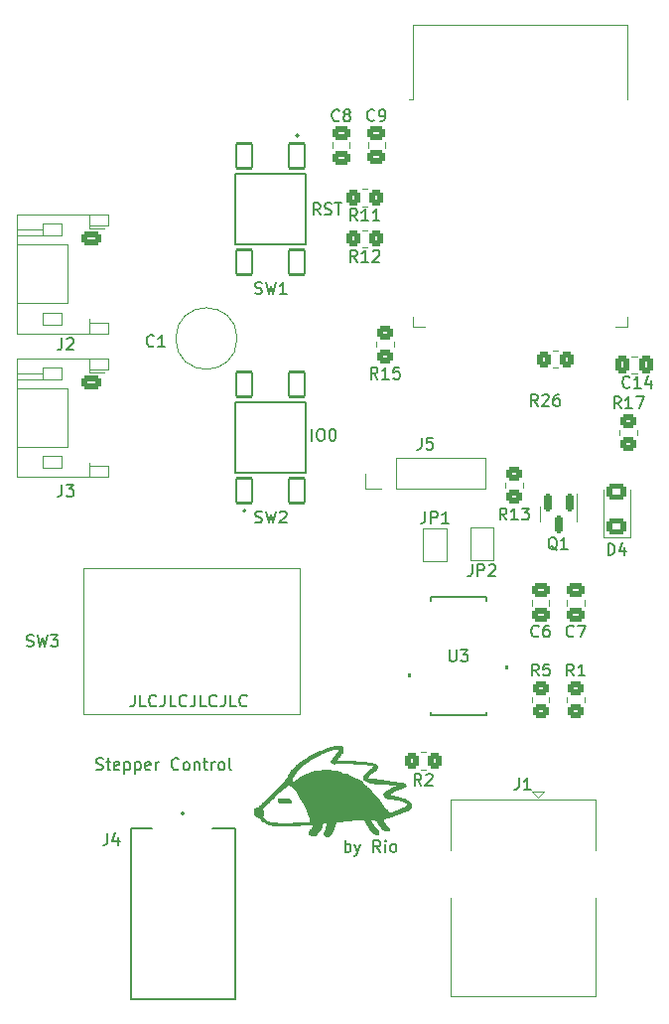
<source format=gto>
G04 #@! TF.GenerationSoftware,KiCad,Pcbnew,7.0.10+dfsg-1*
G04 #@! TF.CreationDate,2024-05-26T04:12:06+00:00*
G04 #@! TF.ProjectId,telescope,74656c65-7363-46f7-9065-2e6b69636164,rev?*
G04 #@! TF.SameCoordinates,Original*
G04 #@! TF.FileFunction,Legend,Top*
G04 #@! TF.FilePolarity,Positive*
%FSLAX46Y46*%
G04 Gerber Fmt 4.6, Leading zero omitted, Abs format (unit mm)*
G04 Created by KiCad (PCBNEW 7.0.10+dfsg-1) date 2024-05-26 04:12:06*
%MOMM*%
%LPD*%
G01*
G04 APERTURE LIST*
G04 Aperture macros list*
%AMRoundRect*
0 Rectangle with rounded corners*
0 $1 Rounding radius*
0 $2 $3 $4 $5 $6 $7 $8 $9 X,Y pos of 4 corners*
0 Add a 4 corners polygon primitive as box body*
4,1,4,$2,$3,$4,$5,$6,$7,$8,$9,$2,$3,0*
0 Add four circle primitives for the rounded corners*
1,1,$1+$1,$2,$3*
1,1,$1+$1,$4,$5*
1,1,$1+$1,$6,$7*
1,1,$1+$1,$8,$9*
0 Add four rect primitives between the rounded corners*
20,1,$1+$1,$2,$3,$4,$5,0*
20,1,$1+$1,$4,$5,$6,$7,0*
20,1,$1+$1,$6,$7,$8,$9,0*
20,1,$1+$1,$8,$9,$2,$3,0*%
%AMFreePoly0*
4,1,6,1.000000,0.000000,0.500000,-0.750000,-0.500000,-0.750000,-0.500000,0.750000,0.500000,0.750000,1.000000,0.000000,1.000000,0.000000,$1*%
%AMFreePoly1*
4,1,6,0.500000,-0.750000,-0.650000,-0.750000,-0.150000,0.000000,-0.650000,0.750000,0.500000,0.750000,0.500000,-0.750000,0.500000,-0.750000,$1*%
G04 Aperture macros list end*
%ADD10C,0.150000*%
%ADD11C,0.120000*%
%ADD12C,0.127000*%
%ADD13C,0.200000*%
%ADD14C,0.152400*%
%ADD15C,6.400000*%
%ADD16RoundRect,0.250000X0.350000X0.450000X-0.350000X0.450000X-0.350000X-0.450000X0.350000X-0.450000X0*%
%ADD17O,4.704000X2.454000*%
%ADD18RoundRect,0.250000X0.475000X-0.337500X0.475000X0.337500X-0.475000X0.337500X-0.475000X-0.337500X0*%
%ADD19RoundRect,0.250000X-0.350000X-0.450000X0.350000X-0.450000X0.350000X0.450000X-0.350000X0.450000X0*%
%ADD20RoundRect,0.102000X0.700000X-1.050000X0.700000X1.050000X-0.700000X1.050000X-0.700000X-1.050000X0*%
%ADD21RoundRect,0.250000X0.337500X0.475000X-0.337500X0.475000X-0.337500X-0.475000X0.337500X-0.475000X0*%
%ADD22FreePoly0,90.000000*%
%ADD23FreePoly1,90.000000*%
%ADD24O,2.500000X6.100000*%
%ADD25R,1.500000X0.900000*%
%ADD26R,0.900000X1.500000*%
%ADD27C,0.600000*%
%ADD28R,4.200000X4.200000*%
%ADD29RoundRect,0.250000X-0.450000X0.350000X-0.450000X-0.350000X0.450000X-0.350000X0.450000X0.350000X0*%
%ADD30RoundRect,0.250000X0.450000X-0.350000X0.450000X0.350000X-0.450000X0.350000X-0.450000X-0.350000X0*%
%ADD31RoundRect,0.250001X0.624999X-0.462499X0.624999X0.462499X-0.624999X0.462499X-0.624999X-0.462499X0*%
%ADD32C,1.200000*%
%ADD33RoundRect,0.250000X-0.475000X0.337500X-0.475000X-0.337500X0.475000X-0.337500X0.475000X0.337500X0*%
%ADD34R,1.511300X0.355600*%
%ADD35RoundRect,0.150000X-0.150000X0.587500X-0.150000X-0.587500X0.150000X-0.587500X0.150000X0.587500X0*%
%ADD36RoundRect,0.102000X-0.700000X1.050000X-0.700000X-1.050000X0.700000X-1.050000X0.700000X1.050000X0*%
%ADD37RoundRect,0.250000X-0.625000X0.350000X-0.625000X-0.350000X0.625000X-0.350000X0.625000X0.350000X0*%
%ADD38O,1.750000X1.200000*%
%ADD39R,1.700000X1.700000*%
%ADD40C,1.700000*%
%ADD41C,3.500000*%
%ADD42O,1.700000X1.700000*%
G04 APERTURE END LIST*
D10*
X189372493Y-130869819D02*
X189372493Y-131584104D01*
X189372493Y-131584104D02*
X189324874Y-131726961D01*
X189324874Y-131726961D02*
X189229636Y-131822200D01*
X189229636Y-131822200D02*
X189086779Y-131869819D01*
X189086779Y-131869819D02*
X188991541Y-131869819D01*
X190324874Y-131869819D02*
X189848684Y-131869819D01*
X189848684Y-131869819D02*
X189848684Y-130869819D01*
X191229636Y-131774580D02*
X191182017Y-131822200D01*
X191182017Y-131822200D02*
X191039160Y-131869819D01*
X191039160Y-131869819D02*
X190943922Y-131869819D01*
X190943922Y-131869819D02*
X190801065Y-131822200D01*
X190801065Y-131822200D02*
X190705827Y-131726961D01*
X190705827Y-131726961D02*
X190658208Y-131631723D01*
X190658208Y-131631723D02*
X190610589Y-131441247D01*
X190610589Y-131441247D02*
X190610589Y-131298390D01*
X190610589Y-131298390D02*
X190658208Y-131107914D01*
X190658208Y-131107914D02*
X190705827Y-131012676D01*
X190705827Y-131012676D02*
X190801065Y-130917438D01*
X190801065Y-130917438D02*
X190943922Y-130869819D01*
X190943922Y-130869819D02*
X191039160Y-130869819D01*
X191039160Y-130869819D02*
X191182017Y-130917438D01*
X191182017Y-130917438D02*
X191229636Y-130965057D01*
X191943922Y-130869819D02*
X191943922Y-131584104D01*
X191943922Y-131584104D02*
X191896303Y-131726961D01*
X191896303Y-131726961D02*
X191801065Y-131822200D01*
X191801065Y-131822200D02*
X191658208Y-131869819D01*
X191658208Y-131869819D02*
X191562970Y-131869819D01*
X192896303Y-131869819D02*
X192420113Y-131869819D01*
X192420113Y-131869819D02*
X192420113Y-130869819D01*
X193801065Y-131774580D02*
X193753446Y-131822200D01*
X193753446Y-131822200D02*
X193610589Y-131869819D01*
X193610589Y-131869819D02*
X193515351Y-131869819D01*
X193515351Y-131869819D02*
X193372494Y-131822200D01*
X193372494Y-131822200D02*
X193277256Y-131726961D01*
X193277256Y-131726961D02*
X193229637Y-131631723D01*
X193229637Y-131631723D02*
X193182018Y-131441247D01*
X193182018Y-131441247D02*
X193182018Y-131298390D01*
X193182018Y-131298390D02*
X193229637Y-131107914D01*
X193229637Y-131107914D02*
X193277256Y-131012676D01*
X193277256Y-131012676D02*
X193372494Y-130917438D01*
X193372494Y-130917438D02*
X193515351Y-130869819D01*
X193515351Y-130869819D02*
X193610589Y-130869819D01*
X193610589Y-130869819D02*
X193753446Y-130917438D01*
X193753446Y-130917438D02*
X193801065Y-130965057D01*
X194515351Y-130869819D02*
X194515351Y-131584104D01*
X194515351Y-131584104D02*
X194467732Y-131726961D01*
X194467732Y-131726961D02*
X194372494Y-131822200D01*
X194372494Y-131822200D02*
X194229637Y-131869819D01*
X194229637Y-131869819D02*
X194134399Y-131869819D01*
X195467732Y-131869819D02*
X194991542Y-131869819D01*
X194991542Y-131869819D02*
X194991542Y-130869819D01*
X196372494Y-131774580D02*
X196324875Y-131822200D01*
X196324875Y-131822200D02*
X196182018Y-131869819D01*
X196182018Y-131869819D02*
X196086780Y-131869819D01*
X196086780Y-131869819D02*
X195943923Y-131822200D01*
X195943923Y-131822200D02*
X195848685Y-131726961D01*
X195848685Y-131726961D02*
X195801066Y-131631723D01*
X195801066Y-131631723D02*
X195753447Y-131441247D01*
X195753447Y-131441247D02*
X195753447Y-131298390D01*
X195753447Y-131298390D02*
X195801066Y-131107914D01*
X195801066Y-131107914D02*
X195848685Y-131012676D01*
X195848685Y-131012676D02*
X195943923Y-130917438D01*
X195943923Y-130917438D02*
X196086780Y-130869819D01*
X196086780Y-130869819D02*
X196182018Y-130869819D01*
X196182018Y-130869819D02*
X196324875Y-130917438D01*
X196324875Y-130917438D02*
X196372494Y-130965057D01*
X197086780Y-130869819D02*
X197086780Y-131584104D01*
X197086780Y-131584104D02*
X197039161Y-131726961D01*
X197039161Y-131726961D02*
X196943923Y-131822200D01*
X196943923Y-131822200D02*
X196801066Y-131869819D01*
X196801066Y-131869819D02*
X196705828Y-131869819D01*
X198039161Y-131869819D02*
X197562971Y-131869819D01*
X197562971Y-131869819D02*
X197562971Y-130869819D01*
X198943923Y-131774580D02*
X198896304Y-131822200D01*
X198896304Y-131822200D02*
X198753447Y-131869819D01*
X198753447Y-131869819D02*
X198658209Y-131869819D01*
X198658209Y-131869819D02*
X198515352Y-131822200D01*
X198515352Y-131822200D02*
X198420114Y-131726961D01*
X198420114Y-131726961D02*
X198372495Y-131631723D01*
X198372495Y-131631723D02*
X198324876Y-131441247D01*
X198324876Y-131441247D02*
X198324876Y-131298390D01*
X198324876Y-131298390D02*
X198372495Y-131107914D01*
X198372495Y-131107914D02*
X198420114Y-131012676D01*
X198420114Y-131012676D02*
X198515352Y-130917438D01*
X198515352Y-130917438D02*
X198658209Y-130869819D01*
X198658209Y-130869819D02*
X198753447Y-130869819D01*
X198753447Y-130869819D02*
X198896304Y-130917438D01*
X198896304Y-130917438D02*
X198943923Y-130965057D01*
X207336779Y-144269819D02*
X207336779Y-143269819D01*
X207336779Y-143650771D02*
X207432017Y-143603152D01*
X207432017Y-143603152D02*
X207622493Y-143603152D01*
X207622493Y-143603152D02*
X207717731Y-143650771D01*
X207717731Y-143650771D02*
X207765350Y-143698390D01*
X207765350Y-143698390D02*
X207812969Y-143793628D01*
X207812969Y-143793628D02*
X207812969Y-144079342D01*
X207812969Y-144079342D02*
X207765350Y-144174580D01*
X207765350Y-144174580D02*
X207717731Y-144222200D01*
X207717731Y-144222200D02*
X207622493Y-144269819D01*
X207622493Y-144269819D02*
X207432017Y-144269819D01*
X207432017Y-144269819D02*
X207336779Y-144222200D01*
X208146303Y-143603152D02*
X208384398Y-144269819D01*
X208622493Y-143603152D02*
X208384398Y-144269819D01*
X208384398Y-144269819D02*
X208289160Y-144507914D01*
X208289160Y-144507914D02*
X208241541Y-144555533D01*
X208241541Y-144555533D02*
X208146303Y-144603152D01*
X210336779Y-144269819D02*
X210003446Y-143793628D01*
X209765351Y-144269819D02*
X209765351Y-143269819D01*
X209765351Y-143269819D02*
X210146303Y-143269819D01*
X210146303Y-143269819D02*
X210241541Y-143317438D01*
X210241541Y-143317438D02*
X210289160Y-143365057D01*
X210289160Y-143365057D02*
X210336779Y-143460295D01*
X210336779Y-143460295D02*
X210336779Y-143603152D01*
X210336779Y-143603152D02*
X210289160Y-143698390D01*
X210289160Y-143698390D02*
X210241541Y-143746009D01*
X210241541Y-143746009D02*
X210146303Y-143793628D01*
X210146303Y-143793628D02*
X209765351Y-143793628D01*
X210765351Y-144269819D02*
X210765351Y-143603152D01*
X210765351Y-143269819D02*
X210717732Y-143317438D01*
X210717732Y-143317438D02*
X210765351Y-143365057D01*
X210765351Y-143365057D02*
X210812970Y-143317438D01*
X210812970Y-143317438D02*
X210765351Y-143269819D01*
X210765351Y-143269819D02*
X210765351Y-143365057D01*
X211384398Y-144269819D02*
X211289160Y-144222200D01*
X211289160Y-144222200D02*
X211241541Y-144174580D01*
X211241541Y-144174580D02*
X211193922Y-144079342D01*
X211193922Y-144079342D02*
X211193922Y-143793628D01*
X211193922Y-143793628D02*
X211241541Y-143698390D01*
X211241541Y-143698390D02*
X211289160Y-143650771D01*
X211289160Y-143650771D02*
X211384398Y-143603152D01*
X211384398Y-143603152D02*
X211527255Y-143603152D01*
X211527255Y-143603152D02*
X211622493Y-143650771D01*
X211622493Y-143650771D02*
X211670112Y-143698390D01*
X211670112Y-143698390D02*
X211717731Y-143793628D01*
X211717731Y-143793628D02*
X211717731Y-144079342D01*
X211717731Y-144079342D02*
X211670112Y-144174580D01*
X211670112Y-144174580D02*
X211622493Y-144222200D01*
X211622493Y-144222200D02*
X211527255Y-144269819D01*
X211527255Y-144269819D02*
X211384398Y-144269819D01*
X186089160Y-137222200D02*
X186232017Y-137269819D01*
X186232017Y-137269819D02*
X186470112Y-137269819D01*
X186470112Y-137269819D02*
X186565350Y-137222200D01*
X186565350Y-137222200D02*
X186612969Y-137174580D01*
X186612969Y-137174580D02*
X186660588Y-137079342D01*
X186660588Y-137079342D02*
X186660588Y-136984104D01*
X186660588Y-136984104D02*
X186612969Y-136888866D01*
X186612969Y-136888866D02*
X186565350Y-136841247D01*
X186565350Y-136841247D02*
X186470112Y-136793628D01*
X186470112Y-136793628D02*
X186279636Y-136746009D01*
X186279636Y-136746009D02*
X186184398Y-136698390D01*
X186184398Y-136698390D02*
X186136779Y-136650771D01*
X186136779Y-136650771D02*
X186089160Y-136555533D01*
X186089160Y-136555533D02*
X186089160Y-136460295D01*
X186089160Y-136460295D02*
X186136779Y-136365057D01*
X186136779Y-136365057D02*
X186184398Y-136317438D01*
X186184398Y-136317438D02*
X186279636Y-136269819D01*
X186279636Y-136269819D02*
X186517731Y-136269819D01*
X186517731Y-136269819D02*
X186660588Y-136317438D01*
X186946303Y-136603152D02*
X187327255Y-136603152D01*
X187089160Y-136269819D02*
X187089160Y-137126961D01*
X187089160Y-137126961D02*
X187136779Y-137222200D01*
X187136779Y-137222200D02*
X187232017Y-137269819D01*
X187232017Y-137269819D02*
X187327255Y-137269819D01*
X188041541Y-137222200D02*
X187946303Y-137269819D01*
X187946303Y-137269819D02*
X187755827Y-137269819D01*
X187755827Y-137269819D02*
X187660589Y-137222200D01*
X187660589Y-137222200D02*
X187612970Y-137126961D01*
X187612970Y-137126961D02*
X187612970Y-136746009D01*
X187612970Y-136746009D02*
X187660589Y-136650771D01*
X187660589Y-136650771D02*
X187755827Y-136603152D01*
X187755827Y-136603152D02*
X187946303Y-136603152D01*
X187946303Y-136603152D02*
X188041541Y-136650771D01*
X188041541Y-136650771D02*
X188089160Y-136746009D01*
X188089160Y-136746009D02*
X188089160Y-136841247D01*
X188089160Y-136841247D02*
X187612970Y-136936485D01*
X188517732Y-136603152D02*
X188517732Y-137603152D01*
X188517732Y-136650771D02*
X188612970Y-136603152D01*
X188612970Y-136603152D02*
X188803446Y-136603152D01*
X188803446Y-136603152D02*
X188898684Y-136650771D01*
X188898684Y-136650771D02*
X188946303Y-136698390D01*
X188946303Y-136698390D02*
X188993922Y-136793628D01*
X188993922Y-136793628D02*
X188993922Y-137079342D01*
X188993922Y-137079342D02*
X188946303Y-137174580D01*
X188946303Y-137174580D02*
X188898684Y-137222200D01*
X188898684Y-137222200D02*
X188803446Y-137269819D01*
X188803446Y-137269819D02*
X188612970Y-137269819D01*
X188612970Y-137269819D02*
X188517732Y-137222200D01*
X189422494Y-136603152D02*
X189422494Y-137603152D01*
X189422494Y-136650771D02*
X189517732Y-136603152D01*
X189517732Y-136603152D02*
X189708208Y-136603152D01*
X189708208Y-136603152D02*
X189803446Y-136650771D01*
X189803446Y-136650771D02*
X189851065Y-136698390D01*
X189851065Y-136698390D02*
X189898684Y-136793628D01*
X189898684Y-136793628D02*
X189898684Y-137079342D01*
X189898684Y-137079342D02*
X189851065Y-137174580D01*
X189851065Y-137174580D02*
X189803446Y-137222200D01*
X189803446Y-137222200D02*
X189708208Y-137269819D01*
X189708208Y-137269819D02*
X189517732Y-137269819D01*
X189517732Y-137269819D02*
X189422494Y-137222200D01*
X190708208Y-137222200D02*
X190612970Y-137269819D01*
X190612970Y-137269819D02*
X190422494Y-137269819D01*
X190422494Y-137269819D02*
X190327256Y-137222200D01*
X190327256Y-137222200D02*
X190279637Y-137126961D01*
X190279637Y-137126961D02*
X190279637Y-136746009D01*
X190279637Y-136746009D02*
X190327256Y-136650771D01*
X190327256Y-136650771D02*
X190422494Y-136603152D01*
X190422494Y-136603152D02*
X190612970Y-136603152D01*
X190612970Y-136603152D02*
X190708208Y-136650771D01*
X190708208Y-136650771D02*
X190755827Y-136746009D01*
X190755827Y-136746009D02*
X190755827Y-136841247D01*
X190755827Y-136841247D02*
X190279637Y-136936485D01*
X191184399Y-137269819D02*
X191184399Y-136603152D01*
X191184399Y-136793628D02*
X191232018Y-136698390D01*
X191232018Y-136698390D02*
X191279637Y-136650771D01*
X191279637Y-136650771D02*
X191374875Y-136603152D01*
X191374875Y-136603152D02*
X191470113Y-136603152D01*
X193136780Y-137174580D02*
X193089161Y-137222200D01*
X193089161Y-137222200D02*
X192946304Y-137269819D01*
X192946304Y-137269819D02*
X192851066Y-137269819D01*
X192851066Y-137269819D02*
X192708209Y-137222200D01*
X192708209Y-137222200D02*
X192612971Y-137126961D01*
X192612971Y-137126961D02*
X192565352Y-137031723D01*
X192565352Y-137031723D02*
X192517733Y-136841247D01*
X192517733Y-136841247D02*
X192517733Y-136698390D01*
X192517733Y-136698390D02*
X192565352Y-136507914D01*
X192565352Y-136507914D02*
X192612971Y-136412676D01*
X192612971Y-136412676D02*
X192708209Y-136317438D01*
X192708209Y-136317438D02*
X192851066Y-136269819D01*
X192851066Y-136269819D02*
X192946304Y-136269819D01*
X192946304Y-136269819D02*
X193089161Y-136317438D01*
X193089161Y-136317438D02*
X193136780Y-136365057D01*
X193708209Y-137269819D02*
X193612971Y-137222200D01*
X193612971Y-137222200D02*
X193565352Y-137174580D01*
X193565352Y-137174580D02*
X193517733Y-137079342D01*
X193517733Y-137079342D02*
X193517733Y-136793628D01*
X193517733Y-136793628D02*
X193565352Y-136698390D01*
X193565352Y-136698390D02*
X193612971Y-136650771D01*
X193612971Y-136650771D02*
X193708209Y-136603152D01*
X193708209Y-136603152D02*
X193851066Y-136603152D01*
X193851066Y-136603152D02*
X193946304Y-136650771D01*
X193946304Y-136650771D02*
X193993923Y-136698390D01*
X193993923Y-136698390D02*
X194041542Y-136793628D01*
X194041542Y-136793628D02*
X194041542Y-137079342D01*
X194041542Y-137079342D02*
X193993923Y-137174580D01*
X193993923Y-137174580D02*
X193946304Y-137222200D01*
X193946304Y-137222200D02*
X193851066Y-137269819D01*
X193851066Y-137269819D02*
X193708209Y-137269819D01*
X194470114Y-136603152D02*
X194470114Y-137269819D01*
X194470114Y-136698390D02*
X194517733Y-136650771D01*
X194517733Y-136650771D02*
X194612971Y-136603152D01*
X194612971Y-136603152D02*
X194755828Y-136603152D01*
X194755828Y-136603152D02*
X194851066Y-136650771D01*
X194851066Y-136650771D02*
X194898685Y-136746009D01*
X194898685Y-136746009D02*
X194898685Y-137269819D01*
X195232019Y-136603152D02*
X195612971Y-136603152D01*
X195374876Y-136269819D02*
X195374876Y-137126961D01*
X195374876Y-137126961D02*
X195422495Y-137222200D01*
X195422495Y-137222200D02*
X195517733Y-137269819D01*
X195517733Y-137269819D02*
X195612971Y-137269819D01*
X195946305Y-137269819D02*
X195946305Y-136603152D01*
X195946305Y-136793628D02*
X195993924Y-136698390D01*
X195993924Y-136698390D02*
X196041543Y-136650771D01*
X196041543Y-136650771D02*
X196136781Y-136603152D01*
X196136781Y-136603152D02*
X196232019Y-136603152D01*
X196708210Y-137269819D02*
X196612972Y-137222200D01*
X196612972Y-137222200D02*
X196565353Y-137174580D01*
X196565353Y-137174580D02*
X196517734Y-137079342D01*
X196517734Y-137079342D02*
X196517734Y-136793628D01*
X196517734Y-136793628D02*
X196565353Y-136698390D01*
X196565353Y-136698390D02*
X196612972Y-136650771D01*
X196612972Y-136650771D02*
X196708210Y-136603152D01*
X196708210Y-136603152D02*
X196851067Y-136603152D01*
X196851067Y-136603152D02*
X196946305Y-136650771D01*
X196946305Y-136650771D02*
X196993924Y-136698390D01*
X196993924Y-136698390D02*
X197041543Y-136793628D01*
X197041543Y-136793628D02*
X197041543Y-137079342D01*
X197041543Y-137079342D02*
X196993924Y-137174580D01*
X196993924Y-137174580D02*
X196946305Y-137222200D01*
X196946305Y-137222200D02*
X196851067Y-137269819D01*
X196851067Y-137269819D02*
X196708210Y-137269819D01*
X197612972Y-137269819D02*
X197517734Y-137222200D01*
X197517734Y-137222200D02*
X197470115Y-137126961D01*
X197470115Y-137126961D02*
X197470115Y-136269819D01*
X213833333Y-138604819D02*
X213500000Y-138128628D01*
X213261905Y-138604819D02*
X213261905Y-137604819D01*
X213261905Y-137604819D02*
X213642857Y-137604819D01*
X213642857Y-137604819D02*
X213738095Y-137652438D01*
X213738095Y-137652438D02*
X213785714Y-137700057D01*
X213785714Y-137700057D02*
X213833333Y-137795295D01*
X213833333Y-137795295D02*
X213833333Y-137938152D01*
X213833333Y-137938152D02*
X213785714Y-138033390D01*
X213785714Y-138033390D02*
X213738095Y-138081009D01*
X213738095Y-138081009D02*
X213642857Y-138128628D01*
X213642857Y-138128628D02*
X213261905Y-138128628D01*
X214214286Y-137700057D02*
X214261905Y-137652438D01*
X214261905Y-137652438D02*
X214357143Y-137604819D01*
X214357143Y-137604819D02*
X214595238Y-137604819D01*
X214595238Y-137604819D02*
X214690476Y-137652438D01*
X214690476Y-137652438D02*
X214738095Y-137700057D01*
X214738095Y-137700057D02*
X214785714Y-137795295D01*
X214785714Y-137795295D02*
X214785714Y-137890533D01*
X214785714Y-137890533D02*
X214738095Y-138033390D01*
X214738095Y-138033390D02*
X214166667Y-138604819D01*
X214166667Y-138604819D02*
X214785714Y-138604819D01*
X187066561Y-142654650D02*
X187066561Y-143369160D01*
X187066561Y-143369160D02*
X187018927Y-143512062D01*
X187018927Y-143512062D02*
X186923659Y-143607331D01*
X186923659Y-143607331D02*
X186780757Y-143654965D01*
X186780757Y-143654965D02*
X186685489Y-143654965D01*
X187971608Y-142988088D02*
X187971608Y-143654965D01*
X187733438Y-142607016D02*
X187495268Y-143321526D01*
X187495268Y-143321526D02*
X188114510Y-143321526D01*
X226833333Y-125859580D02*
X226785714Y-125907200D01*
X226785714Y-125907200D02*
X226642857Y-125954819D01*
X226642857Y-125954819D02*
X226547619Y-125954819D01*
X226547619Y-125954819D02*
X226404762Y-125907200D01*
X226404762Y-125907200D02*
X226309524Y-125811961D01*
X226309524Y-125811961D02*
X226261905Y-125716723D01*
X226261905Y-125716723D02*
X226214286Y-125526247D01*
X226214286Y-125526247D02*
X226214286Y-125383390D01*
X226214286Y-125383390D02*
X226261905Y-125192914D01*
X226261905Y-125192914D02*
X226309524Y-125097676D01*
X226309524Y-125097676D02*
X226404762Y-125002438D01*
X226404762Y-125002438D02*
X226547619Y-124954819D01*
X226547619Y-124954819D02*
X226642857Y-124954819D01*
X226642857Y-124954819D02*
X226785714Y-125002438D01*
X226785714Y-125002438D02*
X226833333Y-125050057D01*
X227166667Y-124954819D02*
X227833333Y-124954819D01*
X227833333Y-124954819D02*
X227404762Y-125954819D01*
X208357142Y-93954819D02*
X208023809Y-93478628D01*
X207785714Y-93954819D02*
X207785714Y-92954819D01*
X207785714Y-92954819D02*
X208166666Y-92954819D01*
X208166666Y-92954819D02*
X208261904Y-93002438D01*
X208261904Y-93002438D02*
X208309523Y-93050057D01*
X208309523Y-93050057D02*
X208357142Y-93145295D01*
X208357142Y-93145295D02*
X208357142Y-93288152D01*
X208357142Y-93288152D02*
X208309523Y-93383390D01*
X208309523Y-93383390D02*
X208261904Y-93431009D01*
X208261904Y-93431009D02*
X208166666Y-93478628D01*
X208166666Y-93478628D02*
X207785714Y-93478628D01*
X209309523Y-93954819D02*
X208738095Y-93954819D01*
X209023809Y-93954819D02*
X209023809Y-92954819D01*
X209023809Y-92954819D02*
X208928571Y-93097676D01*
X208928571Y-93097676D02*
X208833333Y-93192914D01*
X208833333Y-93192914D02*
X208738095Y-93240533D01*
X209690476Y-93050057D02*
X209738095Y-93002438D01*
X209738095Y-93002438D02*
X209833333Y-92954819D01*
X209833333Y-92954819D02*
X210071428Y-92954819D01*
X210071428Y-92954819D02*
X210166666Y-93002438D01*
X210166666Y-93002438D02*
X210214285Y-93050057D01*
X210214285Y-93050057D02*
X210261904Y-93145295D01*
X210261904Y-93145295D02*
X210261904Y-93240533D01*
X210261904Y-93240533D02*
X210214285Y-93383390D01*
X210214285Y-93383390D02*
X209642857Y-93954819D01*
X209642857Y-93954819D02*
X210261904Y-93954819D01*
X199666667Y-116157200D02*
X199809524Y-116204819D01*
X199809524Y-116204819D02*
X200047619Y-116204819D01*
X200047619Y-116204819D02*
X200142857Y-116157200D01*
X200142857Y-116157200D02*
X200190476Y-116109580D01*
X200190476Y-116109580D02*
X200238095Y-116014342D01*
X200238095Y-116014342D02*
X200238095Y-115919104D01*
X200238095Y-115919104D02*
X200190476Y-115823866D01*
X200190476Y-115823866D02*
X200142857Y-115776247D01*
X200142857Y-115776247D02*
X200047619Y-115728628D01*
X200047619Y-115728628D02*
X199857143Y-115681009D01*
X199857143Y-115681009D02*
X199761905Y-115633390D01*
X199761905Y-115633390D02*
X199714286Y-115585771D01*
X199714286Y-115585771D02*
X199666667Y-115490533D01*
X199666667Y-115490533D02*
X199666667Y-115395295D01*
X199666667Y-115395295D02*
X199714286Y-115300057D01*
X199714286Y-115300057D02*
X199761905Y-115252438D01*
X199761905Y-115252438D02*
X199857143Y-115204819D01*
X199857143Y-115204819D02*
X200095238Y-115204819D01*
X200095238Y-115204819D02*
X200238095Y-115252438D01*
X200571429Y-115204819D02*
X200809524Y-116204819D01*
X200809524Y-116204819D02*
X201000000Y-115490533D01*
X201000000Y-115490533D02*
X201190476Y-116204819D01*
X201190476Y-116204819D02*
X201428572Y-115204819D01*
X201761905Y-115300057D02*
X201809524Y-115252438D01*
X201809524Y-115252438D02*
X201904762Y-115204819D01*
X201904762Y-115204819D02*
X202142857Y-115204819D01*
X202142857Y-115204819D02*
X202238095Y-115252438D01*
X202238095Y-115252438D02*
X202285714Y-115300057D01*
X202285714Y-115300057D02*
X202333333Y-115395295D01*
X202333333Y-115395295D02*
X202333333Y-115490533D01*
X202333333Y-115490533D02*
X202285714Y-115633390D01*
X202285714Y-115633390D02*
X201714286Y-116204819D01*
X201714286Y-116204819D02*
X202333333Y-116204819D01*
X204500000Y-109204819D02*
X204500000Y-108204819D01*
X205166666Y-108204819D02*
X205357142Y-108204819D01*
X205357142Y-108204819D02*
X205452380Y-108252438D01*
X205452380Y-108252438D02*
X205547618Y-108347676D01*
X205547618Y-108347676D02*
X205595237Y-108538152D01*
X205595237Y-108538152D02*
X205595237Y-108871485D01*
X205595237Y-108871485D02*
X205547618Y-109061961D01*
X205547618Y-109061961D02*
X205452380Y-109157200D01*
X205452380Y-109157200D02*
X205357142Y-109204819D01*
X205357142Y-109204819D02*
X205166666Y-109204819D01*
X205166666Y-109204819D02*
X205071428Y-109157200D01*
X205071428Y-109157200D02*
X204976190Y-109061961D01*
X204976190Y-109061961D02*
X204928571Y-108871485D01*
X204928571Y-108871485D02*
X204928571Y-108538152D01*
X204928571Y-108538152D02*
X204976190Y-108347676D01*
X204976190Y-108347676D02*
X205071428Y-108252438D01*
X205071428Y-108252438D02*
X205166666Y-108204819D01*
X206214285Y-108204819D02*
X206309523Y-108204819D01*
X206309523Y-108204819D02*
X206404761Y-108252438D01*
X206404761Y-108252438D02*
X206452380Y-108300057D01*
X206452380Y-108300057D02*
X206499999Y-108395295D01*
X206499999Y-108395295D02*
X206547618Y-108585771D01*
X206547618Y-108585771D02*
X206547618Y-108823866D01*
X206547618Y-108823866D02*
X206499999Y-109014342D01*
X206499999Y-109014342D02*
X206452380Y-109109580D01*
X206452380Y-109109580D02*
X206404761Y-109157200D01*
X206404761Y-109157200D02*
X206309523Y-109204819D01*
X206309523Y-109204819D02*
X206214285Y-109204819D01*
X206214285Y-109204819D02*
X206119047Y-109157200D01*
X206119047Y-109157200D02*
X206071428Y-109109580D01*
X206071428Y-109109580D02*
X206023809Y-109014342D01*
X206023809Y-109014342D02*
X205976190Y-108823866D01*
X205976190Y-108823866D02*
X205976190Y-108585771D01*
X205976190Y-108585771D02*
X206023809Y-108395295D01*
X206023809Y-108395295D02*
X206071428Y-108300057D01*
X206071428Y-108300057D02*
X206119047Y-108252438D01*
X206119047Y-108252438D02*
X206214285Y-108204819D01*
X223757142Y-106254819D02*
X223423809Y-105778628D01*
X223185714Y-106254819D02*
X223185714Y-105254819D01*
X223185714Y-105254819D02*
X223566666Y-105254819D01*
X223566666Y-105254819D02*
X223661904Y-105302438D01*
X223661904Y-105302438D02*
X223709523Y-105350057D01*
X223709523Y-105350057D02*
X223757142Y-105445295D01*
X223757142Y-105445295D02*
X223757142Y-105588152D01*
X223757142Y-105588152D02*
X223709523Y-105683390D01*
X223709523Y-105683390D02*
X223661904Y-105731009D01*
X223661904Y-105731009D02*
X223566666Y-105778628D01*
X223566666Y-105778628D02*
X223185714Y-105778628D01*
X224138095Y-105350057D02*
X224185714Y-105302438D01*
X224185714Y-105302438D02*
X224280952Y-105254819D01*
X224280952Y-105254819D02*
X224519047Y-105254819D01*
X224519047Y-105254819D02*
X224614285Y-105302438D01*
X224614285Y-105302438D02*
X224661904Y-105350057D01*
X224661904Y-105350057D02*
X224709523Y-105445295D01*
X224709523Y-105445295D02*
X224709523Y-105540533D01*
X224709523Y-105540533D02*
X224661904Y-105683390D01*
X224661904Y-105683390D02*
X224090476Y-106254819D01*
X224090476Y-106254819D02*
X224709523Y-106254819D01*
X225566666Y-105254819D02*
X225376190Y-105254819D01*
X225376190Y-105254819D02*
X225280952Y-105302438D01*
X225280952Y-105302438D02*
X225233333Y-105350057D01*
X225233333Y-105350057D02*
X225138095Y-105492914D01*
X225138095Y-105492914D02*
X225090476Y-105683390D01*
X225090476Y-105683390D02*
X225090476Y-106064342D01*
X225090476Y-106064342D02*
X225138095Y-106159580D01*
X225138095Y-106159580D02*
X225185714Y-106207200D01*
X225185714Y-106207200D02*
X225280952Y-106254819D01*
X225280952Y-106254819D02*
X225471428Y-106254819D01*
X225471428Y-106254819D02*
X225566666Y-106207200D01*
X225566666Y-106207200D02*
X225614285Y-106159580D01*
X225614285Y-106159580D02*
X225661904Y-106064342D01*
X225661904Y-106064342D02*
X225661904Y-105826247D01*
X225661904Y-105826247D02*
X225614285Y-105731009D01*
X225614285Y-105731009D02*
X225566666Y-105683390D01*
X225566666Y-105683390D02*
X225471428Y-105635771D01*
X225471428Y-105635771D02*
X225280952Y-105635771D01*
X225280952Y-105635771D02*
X225185714Y-105683390D01*
X225185714Y-105683390D02*
X225138095Y-105731009D01*
X225138095Y-105731009D02*
X225090476Y-105826247D01*
X231607142Y-104609580D02*
X231559523Y-104657200D01*
X231559523Y-104657200D02*
X231416666Y-104704819D01*
X231416666Y-104704819D02*
X231321428Y-104704819D01*
X231321428Y-104704819D02*
X231178571Y-104657200D01*
X231178571Y-104657200D02*
X231083333Y-104561961D01*
X231083333Y-104561961D02*
X231035714Y-104466723D01*
X231035714Y-104466723D02*
X230988095Y-104276247D01*
X230988095Y-104276247D02*
X230988095Y-104133390D01*
X230988095Y-104133390D02*
X231035714Y-103942914D01*
X231035714Y-103942914D02*
X231083333Y-103847676D01*
X231083333Y-103847676D02*
X231178571Y-103752438D01*
X231178571Y-103752438D02*
X231321428Y-103704819D01*
X231321428Y-103704819D02*
X231416666Y-103704819D01*
X231416666Y-103704819D02*
X231559523Y-103752438D01*
X231559523Y-103752438D02*
X231607142Y-103800057D01*
X232559523Y-104704819D02*
X231988095Y-104704819D01*
X232273809Y-104704819D02*
X232273809Y-103704819D01*
X232273809Y-103704819D02*
X232178571Y-103847676D01*
X232178571Y-103847676D02*
X232083333Y-103942914D01*
X232083333Y-103942914D02*
X231988095Y-103990533D01*
X233416666Y-104038152D02*
X233416666Y-104704819D01*
X233178571Y-103657200D02*
X232940476Y-104371485D01*
X232940476Y-104371485D02*
X233559523Y-104371485D01*
X218166666Y-119754651D02*
X218166666Y-120468936D01*
X218166666Y-120468936D02*
X218119047Y-120611793D01*
X218119047Y-120611793D02*
X218023809Y-120707032D01*
X218023809Y-120707032D02*
X217880952Y-120754651D01*
X217880952Y-120754651D02*
X217785714Y-120754651D01*
X218642857Y-120754651D02*
X218642857Y-119754651D01*
X218642857Y-119754651D02*
X219023809Y-119754651D01*
X219023809Y-119754651D02*
X219119047Y-119802270D01*
X219119047Y-119802270D02*
X219166666Y-119849889D01*
X219166666Y-119849889D02*
X219214285Y-119945127D01*
X219214285Y-119945127D02*
X219214285Y-120087984D01*
X219214285Y-120087984D02*
X219166666Y-120183222D01*
X219166666Y-120183222D02*
X219119047Y-120230841D01*
X219119047Y-120230841D02*
X219023809Y-120278460D01*
X219023809Y-120278460D02*
X218642857Y-120278460D01*
X219595238Y-119849889D02*
X219642857Y-119802270D01*
X219642857Y-119802270D02*
X219738095Y-119754651D01*
X219738095Y-119754651D02*
X219976190Y-119754651D01*
X219976190Y-119754651D02*
X220071428Y-119802270D01*
X220071428Y-119802270D02*
X220119047Y-119849889D01*
X220119047Y-119849889D02*
X220166666Y-119945127D01*
X220166666Y-119945127D02*
X220166666Y-120040365D01*
X220166666Y-120040365D02*
X220119047Y-120183222D01*
X220119047Y-120183222D02*
X219547619Y-120754651D01*
X219547619Y-120754651D02*
X220166666Y-120754651D01*
X223833333Y-125859580D02*
X223785714Y-125907200D01*
X223785714Y-125907200D02*
X223642857Y-125954819D01*
X223642857Y-125954819D02*
X223547619Y-125954819D01*
X223547619Y-125954819D02*
X223404762Y-125907200D01*
X223404762Y-125907200D02*
X223309524Y-125811961D01*
X223309524Y-125811961D02*
X223261905Y-125716723D01*
X223261905Y-125716723D02*
X223214286Y-125526247D01*
X223214286Y-125526247D02*
X223214286Y-125383390D01*
X223214286Y-125383390D02*
X223261905Y-125192914D01*
X223261905Y-125192914D02*
X223309524Y-125097676D01*
X223309524Y-125097676D02*
X223404762Y-125002438D01*
X223404762Y-125002438D02*
X223547619Y-124954819D01*
X223547619Y-124954819D02*
X223642857Y-124954819D01*
X223642857Y-124954819D02*
X223785714Y-125002438D01*
X223785714Y-125002438D02*
X223833333Y-125050057D01*
X224690476Y-124954819D02*
X224500000Y-124954819D01*
X224500000Y-124954819D02*
X224404762Y-125002438D01*
X224404762Y-125002438D02*
X224357143Y-125050057D01*
X224357143Y-125050057D02*
X224261905Y-125192914D01*
X224261905Y-125192914D02*
X224214286Y-125383390D01*
X224214286Y-125383390D02*
X224214286Y-125764342D01*
X224214286Y-125764342D02*
X224261905Y-125859580D01*
X224261905Y-125859580D02*
X224309524Y-125907200D01*
X224309524Y-125907200D02*
X224404762Y-125954819D01*
X224404762Y-125954819D02*
X224595238Y-125954819D01*
X224595238Y-125954819D02*
X224690476Y-125907200D01*
X224690476Y-125907200D02*
X224738095Y-125859580D01*
X224738095Y-125859580D02*
X224785714Y-125764342D01*
X224785714Y-125764342D02*
X224785714Y-125526247D01*
X224785714Y-125526247D02*
X224738095Y-125431009D01*
X224738095Y-125431009D02*
X224690476Y-125383390D01*
X224690476Y-125383390D02*
X224595238Y-125335771D01*
X224595238Y-125335771D02*
X224404762Y-125335771D01*
X224404762Y-125335771D02*
X224309524Y-125383390D01*
X224309524Y-125383390D02*
X224261905Y-125431009D01*
X224261905Y-125431009D02*
X224214286Y-125526247D01*
X180166667Y-126697200D02*
X180309524Y-126744819D01*
X180309524Y-126744819D02*
X180547619Y-126744819D01*
X180547619Y-126744819D02*
X180642857Y-126697200D01*
X180642857Y-126697200D02*
X180690476Y-126649580D01*
X180690476Y-126649580D02*
X180738095Y-126554342D01*
X180738095Y-126554342D02*
X180738095Y-126459104D01*
X180738095Y-126459104D02*
X180690476Y-126363866D01*
X180690476Y-126363866D02*
X180642857Y-126316247D01*
X180642857Y-126316247D02*
X180547619Y-126268628D01*
X180547619Y-126268628D02*
X180357143Y-126221009D01*
X180357143Y-126221009D02*
X180261905Y-126173390D01*
X180261905Y-126173390D02*
X180214286Y-126125771D01*
X180214286Y-126125771D02*
X180166667Y-126030533D01*
X180166667Y-126030533D02*
X180166667Y-125935295D01*
X180166667Y-125935295D02*
X180214286Y-125840057D01*
X180214286Y-125840057D02*
X180261905Y-125792438D01*
X180261905Y-125792438D02*
X180357143Y-125744819D01*
X180357143Y-125744819D02*
X180595238Y-125744819D01*
X180595238Y-125744819D02*
X180738095Y-125792438D01*
X181071429Y-125744819D02*
X181309524Y-126744819D01*
X181309524Y-126744819D02*
X181500000Y-126030533D01*
X181500000Y-126030533D02*
X181690476Y-126744819D01*
X181690476Y-126744819D02*
X181928572Y-125744819D01*
X182214286Y-125744819D02*
X182833333Y-125744819D01*
X182833333Y-125744819D02*
X182500000Y-126125771D01*
X182500000Y-126125771D02*
X182642857Y-126125771D01*
X182642857Y-126125771D02*
X182738095Y-126173390D01*
X182738095Y-126173390D02*
X182785714Y-126221009D01*
X182785714Y-126221009D02*
X182833333Y-126316247D01*
X182833333Y-126316247D02*
X182833333Y-126554342D01*
X182833333Y-126554342D02*
X182785714Y-126649580D01*
X182785714Y-126649580D02*
X182738095Y-126697200D01*
X182738095Y-126697200D02*
X182642857Y-126744819D01*
X182642857Y-126744819D02*
X182357143Y-126744819D01*
X182357143Y-126744819D02*
X182261905Y-126697200D01*
X182261905Y-126697200D02*
X182214286Y-126649580D01*
X214166666Y-115254651D02*
X214166666Y-115968936D01*
X214166666Y-115968936D02*
X214119047Y-116111793D01*
X214119047Y-116111793D02*
X214023809Y-116207032D01*
X214023809Y-116207032D02*
X213880952Y-116254651D01*
X213880952Y-116254651D02*
X213785714Y-116254651D01*
X214642857Y-116254651D02*
X214642857Y-115254651D01*
X214642857Y-115254651D02*
X215023809Y-115254651D01*
X215023809Y-115254651D02*
X215119047Y-115302270D01*
X215119047Y-115302270D02*
X215166666Y-115349889D01*
X215166666Y-115349889D02*
X215214285Y-115445127D01*
X215214285Y-115445127D02*
X215214285Y-115587984D01*
X215214285Y-115587984D02*
X215166666Y-115683222D01*
X215166666Y-115683222D02*
X215119047Y-115730841D01*
X215119047Y-115730841D02*
X215023809Y-115778460D01*
X215023809Y-115778460D02*
X214642857Y-115778460D01*
X216166666Y-116254651D02*
X215595238Y-116254651D01*
X215880952Y-116254651D02*
X215880952Y-115254651D01*
X215880952Y-115254651D02*
X215785714Y-115397508D01*
X215785714Y-115397508D02*
X215690476Y-115492746D01*
X215690476Y-115492746D02*
X215595238Y-115540365D01*
X210107142Y-103954819D02*
X209773809Y-103478628D01*
X209535714Y-103954819D02*
X209535714Y-102954819D01*
X209535714Y-102954819D02*
X209916666Y-102954819D01*
X209916666Y-102954819D02*
X210011904Y-103002438D01*
X210011904Y-103002438D02*
X210059523Y-103050057D01*
X210059523Y-103050057D02*
X210107142Y-103145295D01*
X210107142Y-103145295D02*
X210107142Y-103288152D01*
X210107142Y-103288152D02*
X210059523Y-103383390D01*
X210059523Y-103383390D02*
X210011904Y-103431009D01*
X210011904Y-103431009D02*
X209916666Y-103478628D01*
X209916666Y-103478628D02*
X209535714Y-103478628D01*
X211059523Y-103954819D02*
X210488095Y-103954819D01*
X210773809Y-103954819D02*
X210773809Y-102954819D01*
X210773809Y-102954819D02*
X210678571Y-103097676D01*
X210678571Y-103097676D02*
X210583333Y-103192914D01*
X210583333Y-103192914D02*
X210488095Y-103240533D01*
X211964285Y-102954819D02*
X211488095Y-102954819D01*
X211488095Y-102954819D02*
X211440476Y-103431009D01*
X211440476Y-103431009D02*
X211488095Y-103383390D01*
X211488095Y-103383390D02*
X211583333Y-103335771D01*
X211583333Y-103335771D02*
X211821428Y-103335771D01*
X211821428Y-103335771D02*
X211916666Y-103383390D01*
X211916666Y-103383390D02*
X211964285Y-103431009D01*
X211964285Y-103431009D02*
X212011904Y-103526247D01*
X212011904Y-103526247D02*
X212011904Y-103764342D01*
X212011904Y-103764342D02*
X211964285Y-103859580D01*
X211964285Y-103859580D02*
X211916666Y-103907200D01*
X211916666Y-103907200D02*
X211821428Y-103954819D01*
X211821428Y-103954819D02*
X211583333Y-103954819D01*
X211583333Y-103954819D02*
X211488095Y-103907200D01*
X211488095Y-103907200D02*
X211440476Y-103859580D01*
X230857142Y-106454819D02*
X230523809Y-105978628D01*
X230285714Y-106454819D02*
X230285714Y-105454819D01*
X230285714Y-105454819D02*
X230666666Y-105454819D01*
X230666666Y-105454819D02*
X230761904Y-105502438D01*
X230761904Y-105502438D02*
X230809523Y-105550057D01*
X230809523Y-105550057D02*
X230857142Y-105645295D01*
X230857142Y-105645295D02*
X230857142Y-105788152D01*
X230857142Y-105788152D02*
X230809523Y-105883390D01*
X230809523Y-105883390D02*
X230761904Y-105931009D01*
X230761904Y-105931009D02*
X230666666Y-105978628D01*
X230666666Y-105978628D02*
X230285714Y-105978628D01*
X231809523Y-106454819D02*
X231238095Y-106454819D01*
X231523809Y-106454819D02*
X231523809Y-105454819D01*
X231523809Y-105454819D02*
X231428571Y-105597676D01*
X231428571Y-105597676D02*
X231333333Y-105692914D01*
X231333333Y-105692914D02*
X231238095Y-105740533D01*
X232142857Y-105454819D02*
X232809523Y-105454819D01*
X232809523Y-105454819D02*
X232380952Y-106454819D01*
X229761905Y-118954819D02*
X229761905Y-117954819D01*
X229761905Y-117954819D02*
X230000000Y-117954819D01*
X230000000Y-117954819D02*
X230142857Y-118002438D01*
X230142857Y-118002438D02*
X230238095Y-118097676D01*
X230238095Y-118097676D02*
X230285714Y-118192914D01*
X230285714Y-118192914D02*
X230333333Y-118383390D01*
X230333333Y-118383390D02*
X230333333Y-118526247D01*
X230333333Y-118526247D02*
X230285714Y-118716723D01*
X230285714Y-118716723D02*
X230238095Y-118811961D01*
X230238095Y-118811961D02*
X230142857Y-118907200D01*
X230142857Y-118907200D02*
X230000000Y-118954819D01*
X230000000Y-118954819D02*
X229761905Y-118954819D01*
X231190476Y-118288152D02*
X231190476Y-118954819D01*
X230952381Y-117907200D02*
X230714286Y-118621485D01*
X230714286Y-118621485D02*
X231333333Y-118621485D01*
X191008333Y-101104580D02*
X190960714Y-101152200D01*
X190960714Y-101152200D02*
X190817857Y-101199819D01*
X190817857Y-101199819D02*
X190722619Y-101199819D01*
X190722619Y-101199819D02*
X190579762Y-101152200D01*
X190579762Y-101152200D02*
X190484524Y-101056961D01*
X190484524Y-101056961D02*
X190436905Y-100961723D01*
X190436905Y-100961723D02*
X190389286Y-100771247D01*
X190389286Y-100771247D02*
X190389286Y-100628390D01*
X190389286Y-100628390D02*
X190436905Y-100437914D01*
X190436905Y-100437914D02*
X190484524Y-100342676D01*
X190484524Y-100342676D02*
X190579762Y-100247438D01*
X190579762Y-100247438D02*
X190722619Y-100199819D01*
X190722619Y-100199819D02*
X190817857Y-100199819D01*
X190817857Y-100199819D02*
X190960714Y-100247438D01*
X190960714Y-100247438D02*
X191008333Y-100295057D01*
X191960714Y-101199819D02*
X191389286Y-101199819D01*
X191675000Y-101199819D02*
X191675000Y-100199819D01*
X191675000Y-100199819D02*
X191579762Y-100342676D01*
X191579762Y-100342676D02*
X191484524Y-100437914D01*
X191484524Y-100437914D02*
X191389286Y-100485533D01*
X209833333Y-81859580D02*
X209785714Y-81907200D01*
X209785714Y-81907200D02*
X209642857Y-81954819D01*
X209642857Y-81954819D02*
X209547619Y-81954819D01*
X209547619Y-81954819D02*
X209404762Y-81907200D01*
X209404762Y-81907200D02*
X209309524Y-81811961D01*
X209309524Y-81811961D02*
X209261905Y-81716723D01*
X209261905Y-81716723D02*
X209214286Y-81526247D01*
X209214286Y-81526247D02*
X209214286Y-81383390D01*
X209214286Y-81383390D02*
X209261905Y-81192914D01*
X209261905Y-81192914D02*
X209309524Y-81097676D01*
X209309524Y-81097676D02*
X209404762Y-81002438D01*
X209404762Y-81002438D02*
X209547619Y-80954819D01*
X209547619Y-80954819D02*
X209642857Y-80954819D01*
X209642857Y-80954819D02*
X209785714Y-81002438D01*
X209785714Y-81002438D02*
X209833333Y-81050057D01*
X210309524Y-81954819D02*
X210500000Y-81954819D01*
X210500000Y-81954819D02*
X210595238Y-81907200D01*
X210595238Y-81907200D02*
X210642857Y-81859580D01*
X210642857Y-81859580D02*
X210738095Y-81716723D01*
X210738095Y-81716723D02*
X210785714Y-81526247D01*
X210785714Y-81526247D02*
X210785714Y-81145295D01*
X210785714Y-81145295D02*
X210738095Y-81050057D01*
X210738095Y-81050057D02*
X210690476Y-81002438D01*
X210690476Y-81002438D02*
X210595238Y-80954819D01*
X210595238Y-80954819D02*
X210404762Y-80954819D01*
X210404762Y-80954819D02*
X210309524Y-81002438D01*
X210309524Y-81002438D02*
X210261905Y-81050057D01*
X210261905Y-81050057D02*
X210214286Y-81145295D01*
X210214286Y-81145295D02*
X210214286Y-81383390D01*
X210214286Y-81383390D02*
X210261905Y-81478628D01*
X210261905Y-81478628D02*
X210309524Y-81526247D01*
X210309524Y-81526247D02*
X210404762Y-81573866D01*
X210404762Y-81573866D02*
X210595238Y-81573866D01*
X210595238Y-81573866D02*
X210690476Y-81526247D01*
X210690476Y-81526247D02*
X210738095Y-81478628D01*
X210738095Y-81478628D02*
X210785714Y-81383390D01*
X216234545Y-127029742D02*
X216234545Y-127839265D01*
X216234545Y-127839265D02*
X216282164Y-127934503D01*
X216282164Y-127934503D02*
X216329783Y-127982123D01*
X216329783Y-127982123D02*
X216425021Y-128029742D01*
X216425021Y-128029742D02*
X216615497Y-128029742D01*
X216615497Y-128029742D02*
X216710735Y-127982123D01*
X216710735Y-127982123D02*
X216758354Y-127934503D01*
X216758354Y-127934503D02*
X216805973Y-127839265D01*
X216805973Y-127839265D02*
X216805973Y-127029742D01*
X217186926Y-127029742D02*
X217805973Y-127029742D01*
X217805973Y-127029742D02*
X217472640Y-127410694D01*
X217472640Y-127410694D02*
X217615497Y-127410694D01*
X217615497Y-127410694D02*
X217710735Y-127458313D01*
X217710735Y-127458313D02*
X217758354Y-127505932D01*
X217758354Y-127505932D02*
X217805973Y-127601170D01*
X217805973Y-127601170D02*
X217805973Y-127839265D01*
X217805973Y-127839265D02*
X217758354Y-127934503D01*
X217758354Y-127934503D02*
X217710735Y-127982123D01*
X217710735Y-127982123D02*
X217615497Y-128029742D01*
X217615497Y-128029742D02*
X217329783Y-128029742D01*
X217329783Y-128029742D02*
X217234545Y-127982123D01*
X217234545Y-127982123D02*
X217186926Y-127934503D01*
X221107142Y-115954819D02*
X220773809Y-115478628D01*
X220535714Y-115954819D02*
X220535714Y-114954819D01*
X220535714Y-114954819D02*
X220916666Y-114954819D01*
X220916666Y-114954819D02*
X221011904Y-115002438D01*
X221011904Y-115002438D02*
X221059523Y-115050057D01*
X221059523Y-115050057D02*
X221107142Y-115145295D01*
X221107142Y-115145295D02*
X221107142Y-115288152D01*
X221107142Y-115288152D02*
X221059523Y-115383390D01*
X221059523Y-115383390D02*
X221011904Y-115431009D01*
X221011904Y-115431009D02*
X220916666Y-115478628D01*
X220916666Y-115478628D02*
X220535714Y-115478628D01*
X222059523Y-115954819D02*
X221488095Y-115954819D01*
X221773809Y-115954819D02*
X221773809Y-114954819D01*
X221773809Y-114954819D02*
X221678571Y-115097676D01*
X221678571Y-115097676D02*
X221583333Y-115192914D01*
X221583333Y-115192914D02*
X221488095Y-115240533D01*
X222392857Y-114954819D02*
X223011904Y-114954819D01*
X223011904Y-114954819D02*
X222678571Y-115335771D01*
X222678571Y-115335771D02*
X222821428Y-115335771D01*
X222821428Y-115335771D02*
X222916666Y-115383390D01*
X222916666Y-115383390D02*
X222964285Y-115431009D01*
X222964285Y-115431009D02*
X223011904Y-115526247D01*
X223011904Y-115526247D02*
X223011904Y-115764342D01*
X223011904Y-115764342D02*
X222964285Y-115859580D01*
X222964285Y-115859580D02*
X222916666Y-115907200D01*
X222916666Y-115907200D02*
X222821428Y-115954819D01*
X222821428Y-115954819D02*
X222535714Y-115954819D01*
X222535714Y-115954819D02*
X222440476Y-115907200D01*
X222440476Y-115907200D02*
X222392857Y-115859580D01*
X226833333Y-129254651D02*
X226500000Y-128778460D01*
X226261905Y-129254651D02*
X226261905Y-128254651D01*
X226261905Y-128254651D02*
X226642857Y-128254651D01*
X226642857Y-128254651D02*
X226738095Y-128302270D01*
X226738095Y-128302270D02*
X226785714Y-128349889D01*
X226785714Y-128349889D02*
X226833333Y-128445127D01*
X226833333Y-128445127D02*
X226833333Y-128587984D01*
X226833333Y-128587984D02*
X226785714Y-128683222D01*
X226785714Y-128683222D02*
X226738095Y-128730841D01*
X226738095Y-128730841D02*
X226642857Y-128778460D01*
X226642857Y-128778460D02*
X226261905Y-128778460D01*
X227785714Y-129254651D02*
X227214286Y-129254651D01*
X227500000Y-129254651D02*
X227500000Y-128254651D01*
X227500000Y-128254651D02*
X227404762Y-128397508D01*
X227404762Y-128397508D02*
X227309524Y-128492746D01*
X227309524Y-128492746D02*
X227214286Y-128540365D01*
X223833333Y-129254651D02*
X223500000Y-128778460D01*
X223261905Y-129254651D02*
X223261905Y-128254651D01*
X223261905Y-128254651D02*
X223642857Y-128254651D01*
X223642857Y-128254651D02*
X223738095Y-128302270D01*
X223738095Y-128302270D02*
X223785714Y-128349889D01*
X223785714Y-128349889D02*
X223833333Y-128445127D01*
X223833333Y-128445127D02*
X223833333Y-128587984D01*
X223833333Y-128587984D02*
X223785714Y-128683222D01*
X223785714Y-128683222D02*
X223738095Y-128730841D01*
X223738095Y-128730841D02*
X223642857Y-128778460D01*
X223642857Y-128778460D02*
X223261905Y-128778460D01*
X224738095Y-128254651D02*
X224261905Y-128254651D01*
X224261905Y-128254651D02*
X224214286Y-128730841D01*
X224214286Y-128730841D02*
X224261905Y-128683222D01*
X224261905Y-128683222D02*
X224357143Y-128635603D01*
X224357143Y-128635603D02*
X224595238Y-128635603D01*
X224595238Y-128635603D02*
X224690476Y-128683222D01*
X224690476Y-128683222D02*
X224738095Y-128730841D01*
X224738095Y-128730841D02*
X224785714Y-128826079D01*
X224785714Y-128826079D02*
X224785714Y-129064174D01*
X224785714Y-129064174D02*
X224738095Y-129159412D01*
X224738095Y-129159412D02*
X224690476Y-129207032D01*
X224690476Y-129207032D02*
X224595238Y-129254651D01*
X224595238Y-129254651D02*
X224357143Y-129254651D01*
X224357143Y-129254651D02*
X224261905Y-129207032D01*
X224261905Y-129207032D02*
X224214286Y-129159412D01*
X206833333Y-81897080D02*
X206785714Y-81944700D01*
X206785714Y-81944700D02*
X206642857Y-81992319D01*
X206642857Y-81992319D02*
X206547619Y-81992319D01*
X206547619Y-81992319D02*
X206404762Y-81944700D01*
X206404762Y-81944700D02*
X206309524Y-81849461D01*
X206309524Y-81849461D02*
X206261905Y-81754223D01*
X206261905Y-81754223D02*
X206214286Y-81563747D01*
X206214286Y-81563747D02*
X206214286Y-81420890D01*
X206214286Y-81420890D02*
X206261905Y-81230414D01*
X206261905Y-81230414D02*
X206309524Y-81135176D01*
X206309524Y-81135176D02*
X206404762Y-81039938D01*
X206404762Y-81039938D02*
X206547619Y-80992319D01*
X206547619Y-80992319D02*
X206642857Y-80992319D01*
X206642857Y-80992319D02*
X206785714Y-81039938D01*
X206785714Y-81039938D02*
X206833333Y-81087557D01*
X207404762Y-81420890D02*
X207309524Y-81373271D01*
X207309524Y-81373271D02*
X207261905Y-81325652D01*
X207261905Y-81325652D02*
X207214286Y-81230414D01*
X207214286Y-81230414D02*
X207214286Y-81182795D01*
X207214286Y-81182795D02*
X207261905Y-81087557D01*
X207261905Y-81087557D02*
X207309524Y-81039938D01*
X207309524Y-81039938D02*
X207404762Y-80992319D01*
X207404762Y-80992319D02*
X207595238Y-80992319D01*
X207595238Y-80992319D02*
X207690476Y-81039938D01*
X207690476Y-81039938D02*
X207738095Y-81087557D01*
X207738095Y-81087557D02*
X207785714Y-81182795D01*
X207785714Y-81182795D02*
X207785714Y-81230414D01*
X207785714Y-81230414D02*
X207738095Y-81325652D01*
X207738095Y-81325652D02*
X207690476Y-81373271D01*
X207690476Y-81373271D02*
X207595238Y-81420890D01*
X207595238Y-81420890D02*
X207404762Y-81420890D01*
X207404762Y-81420890D02*
X207309524Y-81468509D01*
X207309524Y-81468509D02*
X207261905Y-81516128D01*
X207261905Y-81516128D02*
X207214286Y-81611366D01*
X207214286Y-81611366D02*
X207214286Y-81801842D01*
X207214286Y-81801842D02*
X207261905Y-81897080D01*
X207261905Y-81897080D02*
X207309524Y-81944700D01*
X207309524Y-81944700D02*
X207404762Y-81992319D01*
X207404762Y-81992319D02*
X207595238Y-81992319D01*
X207595238Y-81992319D02*
X207690476Y-81944700D01*
X207690476Y-81944700D02*
X207738095Y-81897080D01*
X207738095Y-81897080D02*
X207785714Y-81801842D01*
X207785714Y-81801842D02*
X207785714Y-81611366D01*
X207785714Y-81611366D02*
X207738095Y-81516128D01*
X207738095Y-81516128D02*
X207690476Y-81468509D01*
X207690476Y-81468509D02*
X207595238Y-81420890D01*
X225404761Y-118550057D02*
X225309523Y-118502438D01*
X225309523Y-118502438D02*
X225214285Y-118407200D01*
X225214285Y-118407200D02*
X225071428Y-118264342D01*
X225071428Y-118264342D02*
X224976190Y-118216723D01*
X224976190Y-118216723D02*
X224880952Y-118216723D01*
X224928571Y-118454819D02*
X224833333Y-118407200D01*
X224833333Y-118407200D02*
X224738095Y-118311961D01*
X224738095Y-118311961D02*
X224690476Y-118121485D01*
X224690476Y-118121485D02*
X224690476Y-117788152D01*
X224690476Y-117788152D02*
X224738095Y-117597676D01*
X224738095Y-117597676D02*
X224833333Y-117502438D01*
X224833333Y-117502438D02*
X224928571Y-117454819D01*
X224928571Y-117454819D02*
X225119047Y-117454819D01*
X225119047Y-117454819D02*
X225214285Y-117502438D01*
X225214285Y-117502438D02*
X225309523Y-117597676D01*
X225309523Y-117597676D02*
X225357142Y-117788152D01*
X225357142Y-117788152D02*
X225357142Y-118121485D01*
X225357142Y-118121485D02*
X225309523Y-118311961D01*
X225309523Y-118311961D02*
X225214285Y-118407200D01*
X225214285Y-118407200D02*
X225119047Y-118454819D01*
X225119047Y-118454819D02*
X224928571Y-118454819D01*
X226309523Y-118454819D02*
X225738095Y-118454819D01*
X226023809Y-118454819D02*
X226023809Y-117454819D01*
X226023809Y-117454819D02*
X225928571Y-117597676D01*
X225928571Y-117597676D02*
X225833333Y-117692914D01*
X225833333Y-117692914D02*
X225738095Y-117740533D01*
X199666667Y-96657200D02*
X199809524Y-96704819D01*
X199809524Y-96704819D02*
X200047619Y-96704819D01*
X200047619Y-96704819D02*
X200142857Y-96657200D01*
X200142857Y-96657200D02*
X200190476Y-96609580D01*
X200190476Y-96609580D02*
X200238095Y-96514342D01*
X200238095Y-96514342D02*
X200238095Y-96419104D01*
X200238095Y-96419104D02*
X200190476Y-96323866D01*
X200190476Y-96323866D02*
X200142857Y-96276247D01*
X200142857Y-96276247D02*
X200047619Y-96228628D01*
X200047619Y-96228628D02*
X199857143Y-96181009D01*
X199857143Y-96181009D02*
X199761905Y-96133390D01*
X199761905Y-96133390D02*
X199714286Y-96085771D01*
X199714286Y-96085771D02*
X199666667Y-95990533D01*
X199666667Y-95990533D02*
X199666667Y-95895295D01*
X199666667Y-95895295D02*
X199714286Y-95800057D01*
X199714286Y-95800057D02*
X199761905Y-95752438D01*
X199761905Y-95752438D02*
X199857143Y-95704819D01*
X199857143Y-95704819D02*
X200095238Y-95704819D01*
X200095238Y-95704819D02*
X200238095Y-95752438D01*
X200571429Y-95704819D02*
X200809524Y-96704819D01*
X200809524Y-96704819D02*
X201000000Y-95990533D01*
X201000000Y-95990533D02*
X201190476Y-96704819D01*
X201190476Y-96704819D02*
X201428572Y-95704819D01*
X202333333Y-96704819D02*
X201761905Y-96704819D01*
X202047619Y-96704819D02*
X202047619Y-95704819D01*
X202047619Y-95704819D02*
X201952381Y-95847676D01*
X201952381Y-95847676D02*
X201857143Y-95942914D01*
X201857143Y-95942914D02*
X201761905Y-95990533D01*
X205202380Y-89954819D02*
X204869047Y-89478628D01*
X204630952Y-89954819D02*
X204630952Y-88954819D01*
X204630952Y-88954819D02*
X205011904Y-88954819D01*
X205011904Y-88954819D02*
X205107142Y-89002438D01*
X205107142Y-89002438D02*
X205154761Y-89050057D01*
X205154761Y-89050057D02*
X205202380Y-89145295D01*
X205202380Y-89145295D02*
X205202380Y-89288152D01*
X205202380Y-89288152D02*
X205154761Y-89383390D01*
X205154761Y-89383390D02*
X205107142Y-89431009D01*
X205107142Y-89431009D02*
X205011904Y-89478628D01*
X205011904Y-89478628D02*
X204630952Y-89478628D01*
X205583333Y-89907200D02*
X205726190Y-89954819D01*
X205726190Y-89954819D02*
X205964285Y-89954819D01*
X205964285Y-89954819D02*
X206059523Y-89907200D01*
X206059523Y-89907200D02*
X206107142Y-89859580D01*
X206107142Y-89859580D02*
X206154761Y-89764342D01*
X206154761Y-89764342D02*
X206154761Y-89669104D01*
X206154761Y-89669104D02*
X206107142Y-89573866D01*
X206107142Y-89573866D02*
X206059523Y-89526247D01*
X206059523Y-89526247D02*
X205964285Y-89478628D01*
X205964285Y-89478628D02*
X205773809Y-89431009D01*
X205773809Y-89431009D02*
X205678571Y-89383390D01*
X205678571Y-89383390D02*
X205630952Y-89335771D01*
X205630952Y-89335771D02*
X205583333Y-89240533D01*
X205583333Y-89240533D02*
X205583333Y-89145295D01*
X205583333Y-89145295D02*
X205630952Y-89050057D01*
X205630952Y-89050057D02*
X205678571Y-89002438D01*
X205678571Y-89002438D02*
X205773809Y-88954819D01*
X205773809Y-88954819D02*
X206011904Y-88954819D01*
X206011904Y-88954819D02*
X206154761Y-89002438D01*
X206440476Y-88954819D02*
X207011904Y-88954819D01*
X206726190Y-89954819D02*
X206726190Y-88954819D01*
X208357142Y-90454819D02*
X208023809Y-89978628D01*
X207785714Y-90454819D02*
X207785714Y-89454819D01*
X207785714Y-89454819D02*
X208166666Y-89454819D01*
X208166666Y-89454819D02*
X208261904Y-89502438D01*
X208261904Y-89502438D02*
X208309523Y-89550057D01*
X208309523Y-89550057D02*
X208357142Y-89645295D01*
X208357142Y-89645295D02*
X208357142Y-89788152D01*
X208357142Y-89788152D02*
X208309523Y-89883390D01*
X208309523Y-89883390D02*
X208261904Y-89931009D01*
X208261904Y-89931009D02*
X208166666Y-89978628D01*
X208166666Y-89978628D02*
X207785714Y-89978628D01*
X209309523Y-90454819D02*
X208738095Y-90454819D01*
X209023809Y-90454819D02*
X209023809Y-89454819D01*
X209023809Y-89454819D02*
X208928571Y-89597676D01*
X208928571Y-89597676D02*
X208833333Y-89692914D01*
X208833333Y-89692914D02*
X208738095Y-89740533D01*
X210261904Y-90454819D02*
X209690476Y-90454819D01*
X209976190Y-90454819D02*
X209976190Y-89454819D01*
X209976190Y-89454819D02*
X209880952Y-89597676D01*
X209880952Y-89597676D02*
X209785714Y-89692914D01*
X209785714Y-89692914D02*
X209690476Y-89740533D01*
X183166666Y-100454819D02*
X183166666Y-101169104D01*
X183166666Y-101169104D02*
X183119047Y-101311961D01*
X183119047Y-101311961D02*
X183023809Y-101407200D01*
X183023809Y-101407200D02*
X182880952Y-101454819D01*
X182880952Y-101454819D02*
X182785714Y-101454819D01*
X183595238Y-100550057D02*
X183642857Y-100502438D01*
X183642857Y-100502438D02*
X183738095Y-100454819D01*
X183738095Y-100454819D02*
X183976190Y-100454819D01*
X183976190Y-100454819D02*
X184071428Y-100502438D01*
X184071428Y-100502438D02*
X184119047Y-100550057D01*
X184119047Y-100550057D02*
X184166666Y-100645295D01*
X184166666Y-100645295D02*
X184166666Y-100740533D01*
X184166666Y-100740533D02*
X184119047Y-100883390D01*
X184119047Y-100883390D02*
X183547619Y-101454819D01*
X183547619Y-101454819D02*
X184166666Y-101454819D01*
X222166666Y-137954819D02*
X222166666Y-138669104D01*
X222166666Y-138669104D02*
X222119047Y-138811961D01*
X222119047Y-138811961D02*
X222023809Y-138907200D01*
X222023809Y-138907200D02*
X221880952Y-138954819D01*
X221880952Y-138954819D02*
X221785714Y-138954819D01*
X223166666Y-138954819D02*
X222595238Y-138954819D01*
X222880952Y-138954819D02*
X222880952Y-137954819D01*
X222880952Y-137954819D02*
X222785714Y-138097676D01*
X222785714Y-138097676D02*
X222690476Y-138192914D01*
X222690476Y-138192914D02*
X222595238Y-138240533D01*
X213846666Y-108954819D02*
X213846666Y-109669104D01*
X213846666Y-109669104D02*
X213799047Y-109811961D01*
X213799047Y-109811961D02*
X213703809Y-109907200D01*
X213703809Y-109907200D02*
X213560952Y-109954819D01*
X213560952Y-109954819D02*
X213465714Y-109954819D01*
X214799047Y-108954819D02*
X214322857Y-108954819D01*
X214322857Y-108954819D02*
X214275238Y-109431009D01*
X214275238Y-109431009D02*
X214322857Y-109383390D01*
X214322857Y-109383390D02*
X214418095Y-109335771D01*
X214418095Y-109335771D02*
X214656190Y-109335771D01*
X214656190Y-109335771D02*
X214751428Y-109383390D01*
X214751428Y-109383390D02*
X214799047Y-109431009D01*
X214799047Y-109431009D02*
X214846666Y-109526247D01*
X214846666Y-109526247D02*
X214846666Y-109764342D01*
X214846666Y-109764342D02*
X214799047Y-109859580D01*
X214799047Y-109859580D02*
X214751428Y-109907200D01*
X214751428Y-109907200D02*
X214656190Y-109954819D01*
X214656190Y-109954819D02*
X214418095Y-109954819D01*
X214418095Y-109954819D02*
X214322857Y-109907200D01*
X214322857Y-109907200D02*
X214275238Y-109859580D01*
X183166666Y-112954819D02*
X183166666Y-113669104D01*
X183166666Y-113669104D02*
X183119047Y-113811961D01*
X183119047Y-113811961D02*
X183023809Y-113907200D01*
X183023809Y-113907200D02*
X182880952Y-113954819D01*
X182880952Y-113954819D02*
X182785714Y-113954819D01*
X183547619Y-112954819D02*
X184166666Y-112954819D01*
X184166666Y-112954819D02*
X183833333Y-113335771D01*
X183833333Y-113335771D02*
X183976190Y-113335771D01*
X183976190Y-113335771D02*
X184071428Y-113383390D01*
X184071428Y-113383390D02*
X184119047Y-113431009D01*
X184119047Y-113431009D02*
X184166666Y-113526247D01*
X184166666Y-113526247D02*
X184166666Y-113764342D01*
X184166666Y-113764342D02*
X184119047Y-113859580D01*
X184119047Y-113859580D02*
X184071428Y-113907200D01*
X184071428Y-113907200D02*
X183976190Y-113954819D01*
X183976190Y-113954819D02*
X183690476Y-113954819D01*
X183690476Y-113954819D02*
X183595238Y-113907200D01*
X183595238Y-113907200D02*
X183547619Y-113859580D01*
D11*
X214227064Y-137235000D02*
X213772936Y-137235000D01*
X214227064Y-135765000D02*
X213772936Y-135765000D01*
G36*
X202023966Y-139697595D02*
G01*
X202133199Y-139701422D01*
X202242073Y-139707701D01*
X202345677Y-139716264D01*
X202439098Y-139726944D01*
X202517426Y-139739572D01*
X202571803Y-139752726D01*
X202666559Y-139794058D01*
X202743409Y-139852262D01*
X202797548Y-139923637D01*
X202800079Y-139928474D01*
X202825261Y-140001544D01*
X202824377Y-140065376D01*
X202800046Y-140116766D01*
X202754886Y-140152508D01*
X202691518Y-140169396D01*
X202612561Y-140164225D01*
X202608173Y-140163313D01*
X202567275Y-140158429D01*
X202504192Y-140155512D01*
X202425980Y-140154503D01*
X202339697Y-140155342D01*
X202252402Y-140157971D01*
X202171150Y-140162330D01*
X202110790Y-140167491D01*
X202078866Y-140168113D01*
X202027845Y-140166167D01*
X201967792Y-140162069D01*
X201956895Y-140161143D01*
X201875900Y-140151866D01*
X201815114Y-140138569D01*
X201765452Y-140118287D01*
X201717829Y-140088053D01*
X201706004Y-140079223D01*
X201650348Y-140024910D01*
X201610391Y-139961995D01*
X201587070Y-139895918D01*
X201581323Y-139832116D01*
X201594086Y-139776027D01*
X201626295Y-139733088D01*
X201644309Y-139721091D01*
X201681668Y-139710149D01*
X201743225Y-139702496D01*
X201824068Y-139697964D01*
X201919285Y-139696386D01*
X202023966Y-139697595D01*
G37*
G36*
X206929842Y-135201641D02*
G01*
X206971729Y-135205977D01*
X207005427Y-135216893D01*
X207041495Y-135237404D01*
X207074400Y-135259492D01*
X207149894Y-135322687D01*
X207199383Y-135393396D01*
X207225609Y-135476995D01*
X207231591Y-135567565D01*
X207223368Y-135651014D01*
X207199600Y-135728784D01*
X207157225Y-135808285D01*
X207098179Y-135890596D01*
X207058770Y-135943919D01*
X207015826Y-136006689D01*
X206987562Y-136050952D01*
X206957471Y-136094566D01*
X206912637Y-136152552D01*
X206858568Y-136218084D01*
X206800770Y-136284340D01*
X206786476Y-136300115D01*
X206639163Y-136461339D01*
X207097452Y-136471272D01*
X207348562Y-136477818D01*
X207578130Y-136486262D01*
X207793888Y-136497010D01*
X208003568Y-136510466D01*
X208214904Y-136527036D01*
X208295903Y-136534113D01*
X208399271Y-136542511D01*
X208518056Y-136550793D01*
X208638372Y-136558063D01*
X208746332Y-136563427D01*
X208757588Y-136563891D01*
X208853397Y-136569284D01*
X208953809Y-136577552D01*
X209048533Y-136587688D01*
X209127280Y-136598683D01*
X209145989Y-136601950D01*
X209215719Y-136614700D01*
X209280081Y-136626069D01*
X209330248Y-136634518D01*
X209351183Y-136637731D01*
X209524063Y-136663457D01*
X209670041Y-136688969D01*
X209791516Y-136714942D01*
X209890885Y-136742047D01*
X209970547Y-136770956D01*
X210032900Y-136802343D01*
X210080341Y-136836879D01*
X210088538Y-136844502D01*
X210139435Y-136909694D01*
X210165644Y-136980111D01*
X210165932Y-137045806D01*
X210145986Y-137095349D01*
X210103635Y-137157581D01*
X210041330Y-137229654D01*
X209961522Y-137308721D01*
X209871494Y-137387910D01*
X209725629Y-137511615D01*
X209602905Y-137620022D01*
X209502172Y-137714235D01*
X209422277Y-137795359D01*
X209362069Y-137864501D01*
X209330243Y-137907514D01*
X209301616Y-137953810D01*
X209291007Y-137982026D01*
X209296539Y-137995731D01*
X209318346Y-138000726D01*
X209361969Y-138004667D01*
X209419914Y-138006998D01*
X209454217Y-138007392D01*
X209527899Y-138009501D01*
X209617825Y-138015028D01*
X209711247Y-138023067D01*
X209776664Y-138030290D01*
X209864858Y-138040174D01*
X209969180Y-138050237D01*
X210076476Y-138059292D01*
X210171956Y-138066046D01*
X210288178Y-138075547D01*
X210402075Y-138090213D01*
X210524012Y-138111603D01*
X210648298Y-138137692D01*
X210745348Y-138158268D01*
X210844830Y-138177678D01*
X210938333Y-138194393D01*
X211017445Y-138206887D01*
X211058684Y-138212188D01*
X211143916Y-138222823D01*
X211240319Y-138236941D01*
X211330388Y-138251932D01*
X211351818Y-138255880D01*
X211431264Y-138269533D01*
X211516365Y-138281935D01*
X211592631Y-138291039D01*
X211615637Y-138293156D01*
X211684949Y-138300585D01*
X211768434Y-138312169D01*
X211851621Y-138325834D01*
X211879457Y-138331006D01*
X211956612Y-138344573D01*
X212049640Y-138358914D01*
X212145230Y-138372059D01*
X212209232Y-138379797D01*
X212299280Y-138390539D01*
X212365707Y-138400740D01*
X212414116Y-138412118D01*
X212450112Y-138426386D01*
X212479300Y-138445260D01*
X212507285Y-138470454D01*
X212508082Y-138471243D01*
X212557477Y-138533919D01*
X212580816Y-138596653D01*
X212576871Y-138656105D01*
X212576442Y-138657431D01*
X212552086Y-138695002D01*
X212505978Y-138736158D01*
X212444573Y-138776514D01*
X212374329Y-138811686D01*
X212318964Y-138832264D01*
X212252138Y-138855464D01*
X212170609Y-138887242D01*
X212085803Y-138922893D01*
X212009148Y-138957708D01*
X211981492Y-138971273D01*
X211940696Y-138988942D01*
X211882053Y-139010676D01*
X211815960Y-139032702D01*
X211791517Y-139040225D01*
X211714857Y-139067431D01*
X211623475Y-139106553D01*
X211527066Y-139153284D01*
X211476399Y-139180130D01*
X211397810Y-139222665D01*
X211316440Y-139265844D01*
X211241513Y-139304822D01*
X211182251Y-139334756D01*
X211178550Y-139336573D01*
X211063909Y-139392672D01*
X211119924Y-139402819D01*
X211173425Y-139409815D01*
X211231097Y-139413654D01*
X211238431Y-139413812D01*
X211277019Y-139418779D01*
X211335151Y-139431653D01*
X211404777Y-139450446D01*
X211473928Y-139471875D01*
X211554533Y-139496664D01*
X211638615Y-139519414D01*
X211715082Y-139537275D01*
X211763195Y-139546115D01*
X211840979Y-139559827D01*
X211931986Y-139579507D01*
X212028192Y-139603061D01*
X212121576Y-139628394D01*
X212204115Y-139653411D01*
X212267784Y-139676016D01*
X212279711Y-139681000D01*
X212335107Y-139702102D01*
X212400110Y-139722576D01*
X212433921Y-139731513D01*
X212493924Y-139750781D01*
X212553155Y-139777489D01*
X212580487Y-139793646D01*
X212626740Y-139822252D01*
X212685887Y-139854946D01*
X212736872Y-139880629D01*
X212806133Y-139920376D01*
X212875155Y-139971757D01*
X212938062Y-140029177D01*
X212988976Y-140087037D01*
X213022020Y-140139740D01*
X213029162Y-140159014D01*
X213035995Y-140197760D01*
X213042086Y-140256302D01*
X213046561Y-140325119D01*
X213048057Y-140365332D01*
X213051991Y-140516088D01*
X212934737Y-140628960D01*
X212872735Y-140686173D01*
X212820486Y-140727370D01*
X212768786Y-140758895D01*
X212708428Y-140787089D01*
X212700231Y-140790523D01*
X212631907Y-140816472D01*
X212559855Y-140839999D01*
X212498301Y-140856506D01*
X212491586Y-140857943D01*
X212437248Y-140871501D01*
X212390146Y-140887428D01*
X212365868Y-140899164D01*
X212331443Y-140916632D01*
X212283066Y-140935417D01*
X212258039Y-140943484D01*
X212201047Y-140962996D01*
X212144501Y-140986297D01*
X212126514Y-140994912D01*
X212087232Y-141011129D01*
X212028671Y-141030716D01*
X211960170Y-141050687D01*
X211917598Y-141061756D01*
X211825720Y-141088418D01*
X211732382Y-141122244D01*
X211652512Y-141157802D01*
X211649553Y-141159315D01*
X211593176Y-141186853D01*
X211525835Y-141216801D01*
X211444149Y-141250515D01*
X211344734Y-141289350D01*
X211224211Y-141334661D01*
X211080669Y-141387267D01*
X211020321Y-141405649D01*
X210959754Y-141418464D01*
X210919446Y-141422563D01*
X210861805Y-141429638D01*
X210803740Y-141446204D01*
X210793839Y-141450357D01*
X210733834Y-141469086D01*
X210666308Y-141470846D01*
X210657189Y-141470052D01*
X210580192Y-141462653D01*
X210624113Y-141534241D01*
X210656024Y-141591843D01*
X210687265Y-141656960D01*
X210699664Y-141686440D01*
X210722768Y-141734375D01*
X210757389Y-141792742D01*
X210799900Y-141856766D01*
X210846673Y-141921673D01*
X210894082Y-141982689D01*
X210938498Y-142035038D01*
X210976294Y-142073947D01*
X211003845Y-142094641D01*
X211011378Y-142096752D01*
X211027308Y-142105997D01*
X211057520Y-142130004D01*
X211090537Y-142159117D01*
X211154210Y-142230357D01*
X211193663Y-142301978D01*
X211209929Y-142370535D01*
X211204043Y-142432581D01*
X211177040Y-142484670D01*
X211129954Y-142523357D01*
X211063819Y-142545196D01*
X210979670Y-142546740D01*
X210974368Y-142546148D01*
X210915344Y-142534211D01*
X210856029Y-142514815D01*
X210839848Y-142507704D01*
X210796039Y-142489516D01*
X210758553Y-142478966D01*
X210748454Y-142477899D01*
X210680958Y-142465863D01*
X210608545Y-142433411D01*
X210540019Y-142386034D01*
X210484186Y-142329219D01*
X210465089Y-142301255D01*
X210431140Y-142251912D01*
X210390997Y-142204977D01*
X210379152Y-142193379D01*
X210341631Y-142152857D01*
X210296441Y-142095248D01*
X210249701Y-142029335D01*
X210207530Y-141963899D01*
X210176046Y-141907722D01*
X210168091Y-141890472D01*
X210144420Y-141846134D01*
X210112249Y-141799465D01*
X210104558Y-141789975D01*
X210074855Y-141752529D01*
X210036707Y-141701375D01*
X209998019Y-141647133D01*
X209995435Y-141643408D01*
X209928839Y-141547201D01*
X209841540Y-141550105D01*
X209774146Y-141555343D01*
X209701717Y-141565365D01*
X209669965Y-141571449D01*
X209621896Y-141583558D01*
X209596300Y-141595632D01*
X209586616Y-141611657D01*
X209585689Y-141622643D01*
X209590891Y-141651994D01*
X209598722Y-141663451D01*
X209611486Y-141682391D01*
X209621696Y-141711950D01*
X209637840Y-141747384D01*
X209666696Y-141788713D01*
X209679750Y-141803693D01*
X209712175Y-141841140D01*
X209749015Y-141888020D01*
X209785721Y-141937935D01*
X209817738Y-141984488D01*
X209840515Y-142021284D01*
X209849500Y-142041925D01*
X209849509Y-142042238D01*
X209860415Y-142067413D01*
X209892281Y-142110192D01*
X209943836Y-142169079D01*
X210013803Y-142242576D01*
X210056925Y-142285958D01*
X210137715Y-142370500D01*
X210196581Y-142442903D01*
X210236001Y-142507275D01*
X210258453Y-142567720D01*
X210266414Y-142628345D01*
X210266499Y-142633319D01*
X210255581Y-142710342D01*
X210222768Y-142769676D01*
X210170389Y-142810138D01*
X210100774Y-142830544D01*
X210016253Y-142829710D01*
X209923136Y-142807789D01*
X209893257Y-142796445D01*
X209864045Y-142781441D01*
X209832786Y-142760312D01*
X209796768Y-142730591D01*
X209753279Y-142689813D01*
X209699604Y-142635513D01*
X209633030Y-142565224D01*
X209550846Y-142476481D01*
X209511765Y-142433925D01*
X209427487Y-142339922D01*
X209361012Y-142260564D01*
X209308483Y-142190743D01*
X209266046Y-142125351D01*
X209231551Y-142062647D01*
X209206084Y-142016875D01*
X209172043Y-141961104D01*
X209144654Y-141919158D01*
X209109833Y-141863199D01*
X209071632Y-141794818D01*
X209038164Y-141728560D01*
X209037373Y-141726875D01*
X208985927Y-141616992D01*
X208813131Y-141608016D01*
X208639138Y-141599362D01*
X208490499Y-141592997D01*
X208363335Y-141589021D01*
X208253769Y-141587535D01*
X208157923Y-141588641D01*
X208071918Y-141592440D01*
X207991877Y-141599033D01*
X207913922Y-141608521D01*
X207834175Y-141621005D01*
X207753606Y-141635660D01*
X207693475Y-141645372D01*
X207615037Y-141655563D01*
X207529241Y-141664912D01*
X207460097Y-141671099D01*
X207393711Y-141677060D01*
X207306578Y-141685952D01*
X207204962Y-141697036D01*
X207095127Y-141709568D01*
X206983338Y-141722808D01*
X206875859Y-141736014D01*
X206778954Y-141748445D01*
X206698889Y-141759358D01*
X206643364Y-141767773D01*
X206610955Y-141778069D01*
X206595869Y-141792513D01*
X206595730Y-141793930D01*
X206589453Y-141817477D01*
X206573707Y-141854774D01*
X206566416Y-141869648D01*
X206547989Y-141913105D01*
X206537808Y-141951321D01*
X206537103Y-141959822D01*
X206531209Y-141989617D01*
X206522446Y-142001558D01*
X206511076Y-142021773D01*
X206507790Y-142046182D01*
X206501076Y-142076373D01*
X206483410Y-142122378D01*
X206458502Y-142174628D01*
X206456491Y-142178445D01*
X206431258Y-142230103D01*
X206412902Y-142275482D01*
X206405107Y-142305384D01*
X206405050Y-142306901D01*
X206398932Y-142337319D01*
X206383311Y-142382299D01*
X206368408Y-142417064D01*
X206348658Y-142462153D01*
X206335364Y-142497596D01*
X206331811Y-142512332D01*
X206323013Y-142537279D01*
X206299102Y-142579908D01*
X206263545Y-142635228D01*
X206219811Y-142698251D01*
X206171368Y-142763986D01*
X206121685Y-142827445D01*
X206074230Y-142883638D01*
X206071824Y-142886340D01*
X206044109Y-142919107D01*
X206026929Y-142942769D01*
X206024190Y-142948907D01*
X206012251Y-142960578D01*
X205982783Y-142977709D01*
X205974271Y-142981884D01*
X205901088Y-143002044D01*
X205819083Y-143000911D01*
X205739339Y-142978709D01*
X205735603Y-142977047D01*
X205645675Y-142926818D01*
X205576839Y-142865466D01*
X205540253Y-142817435D01*
X205498953Y-142734452D01*
X205486623Y-142654569D01*
X205503187Y-142578621D01*
X205548568Y-142507442D01*
X205570439Y-142484580D01*
X205598115Y-142451550D01*
X205612944Y-142421162D01*
X205613733Y-142415082D01*
X205619667Y-142382481D01*
X205634010Y-142342315D01*
X205634655Y-142340876D01*
X205648298Y-142304429D01*
X205665325Y-142250100D01*
X205682434Y-142188548D01*
X205685289Y-142177438D01*
X205704050Y-142107627D01*
X205725178Y-142035353D01*
X205744235Y-141975772D01*
X205744979Y-141973614D01*
X205764751Y-141913965D01*
X205773149Y-141876976D01*
X205769175Y-141857888D01*
X205751833Y-141851948D01*
X205720125Y-141854398D01*
X205719994Y-141854415D01*
X205677579Y-141859138D01*
X205618471Y-141864790D01*
X205555215Y-141870173D01*
X205553125Y-141870338D01*
X205441219Y-141879162D01*
X205442668Y-141962345D01*
X205434113Y-142080116D01*
X205402875Y-142196517D01*
X205363619Y-142287363D01*
X205333298Y-142340303D01*
X205295020Y-142395246D01*
X205253647Y-142446494D01*
X205214040Y-142488351D01*
X205181059Y-142515121D01*
X205163501Y-142521869D01*
X205144035Y-142531537D01*
X205111741Y-142556741D01*
X205077840Y-142587971D01*
X205018578Y-142660686D01*
X204981779Y-142739975D01*
X204960259Y-142792183D01*
X204935016Y-142837200D01*
X204917814Y-142858717D01*
X204883890Y-142879776D01*
X204829758Y-142902092D01*
X204764285Y-142923183D01*
X204696336Y-142940562D01*
X204634778Y-142951746D01*
X204588476Y-142954251D01*
X204580438Y-142953252D01*
X204484450Y-142923875D01*
X204397134Y-142875373D01*
X204322719Y-142812032D01*
X204265433Y-142738142D01*
X204229503Y-142657992D01*
X204218907Y-142586552D01*
X204221551Y-142544599D01*
X204231895Y-142508518D01*
X204253559Y-142472740D01*
X204290166Y-142431691D01*
X204345334Y-142379799D01*
X204364231Y-142362896D01*
X204440892Y-142285466D01*
X204494799Y-142210505D01*
X204524116Y-142140915D01*
X204529140Y-142102452D01*
X204533415Y-142056741D01*
X204542774Y-142012454D01*
X204549312Y-141980748D01*
X204547475Y-141965323D01*
X204546438Y-141965033D01*
X204528741Y-141966796D01*
X204488138Y-141971500D01*
X204430804Y-141978413D01*
X204367836Y-141986188D01*
X204291865Y-141994245D01*
X204196777Y-142002200D01*
X204092765Y-142009312D01*
X203990017Y-142014843D01*
X203950121Y-142016500D01*
X203858483Y-142020621D01*
X203746439Y-142026770D01*
X203622783Y-142034400D01*
X203496307Y-142042961D01*
X203375806Y-142051904D01*
X203349279Y-142054004D01*
X203004034Y-142078097D01*
X202672586Y-142093991D01*
X202358930Y-142101567D01*
X202067058Y-142100707D01*
X201914467Y-142096490D01*
X201736617Y-142089506D01*
X201585136Y-142082799D01*
X201457084Y-142076113D01*
X201349524Y-142069193D01*
X201259514Y-142061784D01*
X201184117Y-142053630D01*
X201120393Y-142044474D01*
X201065402Y-142034063D01*
X201016206Y-142022140D01*
X200996884Y-142016713D01*
X200946349Y-141999986D01*
X200877069Y-141974397D01*
X200797012Y-141943152D01*
X200714148Y-141909456D01*
X200636446Y-141876512D01*
X200571874Y-141847526D01*
X200549856Y-141836941D01*
X200461745Y-141785682D01*
X200366501Y-141717701D01*
X200273284Y-141640448D01*
X200191257Y-141561376D01*
X200143237Y-141506187D01*
X200100591Y-141453638D01*
X200067170Y-141419064D01*
X200035403Y-141396420D01*
X199997720Y-141379656D01*
X199975068Y-141371844D01*
X199860654Y-141328076D01*
X199769832Y-141278879D01*
X199696970Y-141221094D01*
X199684870Y-141209066D01*
X199619610Y-141129361D01*
X199578273Y-141045802D01*
X199556823Y-140949203D01*
X199553188Y-140909408D01*
X199548670Y-140852834D01*
X199543321Y-140805390D01*
X199538255Y-140776856D01*
X199537983Y-140775954D01*
X199536163Y-140726922D01*
X199555130Y-140667633D01*
X199591926Y-140605012D01*
X199609542Y-140583998D01*
X200322677Y-140583998D01*
X200330756Y-140602328D01*
X200351019Y-140633763D01*
X200360337Y-140646633D01*
X200391017Y-140693117D01*
X200417393Y-140741634D01*
X200420486Y-140748413D01*
X200435036Y-140803061D01*
X200441564Y-140875012D01*
X200440112Y-140953388D01*
X200430722Y-141027309D01*
X200419244Y-141071164D01*
X200405249Y-141118286D01*
X200397046Y-141159263D01*
X200396174Y-141170520D01*
X200389276Y-141207469D01*
X200373222Y-141248197D01*
X200361798Y-141273043D01*
X200360515Y-141292790D01*
X200372058Y-141315744D01*
X200399111Y-141350210D01*
X200410693Y-141364083D01*
X200467115Y-141424522D01*
X200531453Y-141478638D01*
X200609286Y-141530279D01*
X200706192Y-141583297D01*
X200782022Y-141620305D01*
X200847848Y-141650903D01*
X200905908Y-141676218D01*
X200960161Y-141697044D01*
X201014567Y-141714173D01*
X201073087Y-141728399D01*
X201139682Y-141740516D01*
X201218312Y-141751316D01*
X201312936Y-141761593D01*
X201427516Y-141772141D01*
X201566012Y-141783753D01*
X201619792Y-141788128D01*
X201675866Y-141791213D01*
X201756335Y-141793594D01*
X201857255Y-141795298D01*
X201974685Y-141796359D01*
X202104683Y-141796805D01*
X202243306Y-141796668D01*
X202386613Y-141795978D01*
X202530660Y-141794765D01*
X202671506Y-141793060D01*
X202805209Y-141790894D01*
X202927827Y-141788297D01*
X203035416Y-141785299D01*
X203124036Y-141781932D01*
X203189744Y-141778225D01*
X203217369Y-141775756D01*
X203269541Y-141770874D01*
X203345101Y-141765278D01*
X203438141Y-141759331D01*
X203542754Y-141753397D01*
X203653034Y-141747837D01*
X203725150Y-141744587D01*
X203835233Y-141739391D01*
X203942843Y-141733421D01*
X204042234Y-141727064D01*
X204127660Y-141720704D01*
X204193378Y-141714728D01*
X204223476Y-141711137D01*
X204345932Y-141693768D01*
X204345932Y-141583843D01*
X204344660Y-141528814D01*
X204339106Y-141484687D01*
X204326663Y-141441431D01*
X204304722Y-141389018D01*
X204283641Y-141344265D01*
X204256920Y-141286666D01*
X204235933Y-141237660D01*
X204223513Y-141204065D01*
X204221350Y-141194252D01*
X204215899Y-141163641D01*
X204201143Y-141112764D01*
X204179481Y-141048229D01*
X204153309Y-140976647D01*
X204125026Y-140904628D01*
X204097029Y-140838780D01*
X204076711Y-140795513D01*
X204047790Y-140735105D01*
X204021977Y-140676751D01*
X204003984Y-140631203D01*
X204001498Y-140623831D01*
X203982912Y-140576227D01*
X203961204Y-140534352D01*
X203957419Y-140528563D01*
X203934433Y-140488326D01*
X203920810Y-140455280D01*
X203908117Y-140424432D01*
X203885411Y-140378056D01*
X203857487Y-140325921D01*
X203856058Y-140323370D01*
X203825019Y-140266534D01*
X203795919Y-140210626D01*
X203775872Y-140169475D01*
X203749902Y-140117654D01*
X203720762Y-140066497D01*
X203716409Y-140059550D01*
X203693360Y-140022397D01*
X203661615Y-139969851D01*
X203627181Y-139911875D01*
X203619223Y-139898326D01*
X203579739Y-139833014D01*
X203535995Y-139763823D01*
X203496906Y-139704827D01*
X203493896Y-139700461D01*
X203462987Y-139653100D01*
X203429514Y-139597467D01*
X203397078Y-139540131D01*
X203369274Y-139487659D01*
X203349703Y-139446620D01*
X203341963Y-139423582D01*
X203341950Y-139423124D01*
X203334164Y-139403171D01*
X203313340Y-139365196D01*
X203283281Y-139315169D01*
X203247792Y-139259062D01*
X203210674Y-139202846D01*
X203175731Y-139152491D01*
X203146767Y-139113968D01*
X203139434Y-139105175D01*
X203105681Y-139064694D01*
X203061660Y-139009690D01*
X203014546Y-138949197D01*
X202991634Y-138919135D01*
X202945683Y-138861879D01*
X202898232Y-138808640D01*
X202856482Y-138767261D01*
X202838647Y-138752465D01*
X202801708Y-138728594D01*
X202750254Y-138699567D01*
X202691119Y-138668736D01*
X202631136Y-138639454D01*
X202577135Y-138615070D01*
X202535951Y-138598938D01*
X202516053Y-138594218D01*
X202498670Y-138603624D01*
X202465162Y-138628740D01*
X202420910Y-138665358D01*
X202386599Y-138695424D01*
X202329859Y-138744685D01*
X202272059Y-138792255D01*
X202222231Y-138830796D01*
X202203391Y-138844212D01*
X202120752Y-138902353D01*
X202037249Y-138965587D01*
X201950302Y-139036216D01*
X201857332Y-139116546D01*
X201755760Y-139208880D01*
X201643006Y-139315523D01*
X201516491Y-139438778D01*
X201373635Y-139580950D01*
X201333987Y-139620804D01*
X201181539Y-139773136D01*
X201047723Y-139904352D01*
X200932720Y-140014284D01*
X200836709Y-140102760D01*
X200759870Y-140169613D01*
X200718406Y-140202828D01*
X200662754Y-140247306D01*
X200601098Y-140300080D01*
X200537339Y-140357391D01*
X200475375Y-140415486D01*
X200419105Y-140470608D01*
X200372429Y-140519002D01*
X200339245Y-140556911D01*
X200323454Y-140580580D01*
X200322677Y-140583998D01*
X199609542Y-140583998D01*
X199630952Y-140558459D01*
X199707580Y-140496154D01*
X199789347Y-140462352D01*
X199850471Y-140455361D01*
X199901591Y-140446431D01*
X199952486Y-140423866D01*
X199991229Y-140393659D01*
X200001309Y-140379573D01*
X200029993Y-140337105D01*
X200076685Y-140281259D01*
X200136500Y-140216961D01*
X200204551Y-140149140D01*
X200275953Y-140082724D01*
X200345820Y-140022640D01*
X200388632Y-139988912D01*
X200434081Y-139951749D01*
X200496207Y-139896648D01*
X200571580Y-139827003D01*
X200656769Y-139746205D01*
X200748346Y-139657648D01*
X200842880Y-139564725D01*
X200936940Y-139470827D01*
X201027098Y-139379348D01*
X201109922Y-139293681D01*
X201181984Y-139217218D01*
X201239852Y-139153351D01*
X201273876Y-139113295D01*
X201297067Y-139087420D01*
X201338334Y-139044298D01*
X201394589Y-138986966D01*
X201462744Y-138918458D01*
X201539712Y-138841810D01*
X201622404Y-138760058D01*
X201707733Y-138676237D01*
X201792611Y-138593384D01*
X201873950Y-138514532D01*
X201948663Y-138442719D01*
X202013661Y-138380980D01*
X202065856Y-138332350D01*
X202094818Y-138306241D01*
X202137199Y-138261810D01*
X202173938Y-138211162D01*
X202188095Y-138184930D01*
X202211848Y-138139652D01*
X202246237Y-138083743D01*
X202259348Y-138064728D01*
X202854754Y-138064728D01*
X202855889Y-138085327D01*
X202861017Y-138106024D01*
X202869323Y-138159567D01*
X202868742Y-138214165D01*
X202868527Y-138215835D01*
X202867136Y-138256744D01*
X202877311Y-138271405D01*
X202878093Y-138271437D01*
X202938776Y-138258631D01*
X203012155Y-138220618D01*
X203091958Y-138162189D01*
X203138591Y-138125564D01*
X203177862Y-138097507D01*
X203203535Y-138082366D01*
X203208592Y-138080900D01*
X203243911Y-138071351D01*
X203293677Y-138045437D01*
X203351350Y-138007254D01*
X203410387Y-137960899D01*
X203434950Y-137939119D01*
X203493003Y-137891074D01*
X203560450Y-137843315D01*
X203618158Y-137808722D01*
X203738617Y-137743200D01*
X203842100Y-137682469D01*
X203899293Y-137645952D01*
X203943339Y-137624745D01*
X203998810Y-137608405D01*
X204021909Y-137604360D01*
X204158598Y-137576500D01*
X204297667Y-137527019D01*
X204366557Y-137495376D01*
X204428091Y-137467048D01*
X204489014Y-137441955D01*
X204537630Y-137424867D01*
X204543797Y-137423110D01*
X204699052Y-137384703D01*
X204835511Y-137358775D01*
X204960255Y-137344032D01*
X204986043Y-137342209D01*
X205059921Y-137335880D01*
X205134124Y-137326655D01*
X205196124Y-137316180D01*
X205213222Y-137312375D01*
X205259329Y-137304423D01*
X205328615Y-137296810D01*
X205415754Y-137289746D01*
X205515420Y-137283440D01*
X205622285Y-137278100D01*
X205731023Y-137273936D01*
X205836308Y-137271156D01*
X205932813Y-137269970D01*
X206015213Y-137270586D01*
X206078179Y-137273214D01*
X206112060Y-137277109D01*
X206156079Y-137287247D01*
X206212021Y-137302127D01*
X206243970Y-137311396D01*
X206289828Y-137321652D01*
X206356318Y-137331973D01*
X206434787Y-137341205D01*
X206516579Y-137348190D01*
X206522446Y-137348581D01*
X206647485Y-137359609D01*
X206755357Y-137376577D01*
X206855238Y-137402046D01*
X206956305Y-137438576D01*
X207067735Y-137488727D01*
X207123370Y-137516253D01*
X207221226Y-137556160D01*
X207339666Y-137588809D01*
X207470415Y-137612069D01*
X207516987Y-137617540D01*
X207564318Y-137624486D01*
X207600351Y-137633606D01*
X207612256Y-137639309D01*
X207632413Y-137652187D01*
X207671342Y-137674367D01*
X207721751Y-137701736D01*
X207738950Y-137710829D01*
X207806517Y-137746617D01*
X207879435Y-137785696D01*
X207942297Y-137819808D01*
X207944143Y-137820820D01*
X208006497Y-137854993D01*
X208072657Y-137891215D01*
X208120023Y-137917119D01*
X208161732Y-137938029D01*
X208217617Y-137963517D01*
X208281135Y-137990905D01*
X208345748Y-138017514D01*
X208404912Y-138040666D01*
X208452087Y-138057682D01*
X208480733Y-138065884D01*
X208484183Y-138066243D01*
X208501720Y-138073913D01*
X208536648Y-138094269D01*
X208582242Y-138123333D01*
X208594911Y-138131756D01*
X208650066Y-138165977D01*
X208704500Y-138195193D01*
X208747304Y-138213598D01*
X208750747Y-138214688D01*
X208786934Y-138229832D01*
X208807270Y-138246689D01*
X208808886Y-138251772D01*
X208819804Y-138270296D01*
X208827207Y-138272353D01*
X208843650Y-138284304D01*
X208869953Y-138314956D01*
X208900741Y-138357967D01*
X208904154Y-138363156D01*
X208963530Y-138438779D01*
X209029672Y-138497262D01*
X209036064Y-138501621D01*
X209075189Y-138531023D01*
X209127951Y-138575442D01*
X209187517Y-138628919D01*
X209247050Y-138685490D01*
X209248586Y-138686997D01*
X209305708Y-138741521D01*
X209360709Y-138791201D01*
X209407629Y-138830831D01*
X209440509Y-138855202D01*
X209442539Y-138856448D01*
X209497493Y-138905430D01*
X209535295Y-138965006D01*
X209566251Y-139019985D01*
X209604655Y-139078505D01*
X209645369Y-139133693D01*
X209683252Y-139178681D01*
X209713164Y-139206595D01*
X209718525Y-139209959D01*
X209740573Y-139228708D01*
X209771615Y-139263335D01*
X209797914Y-139296999D01*
X209839879Y-139344508D01*
X209895164Y-139394553D01*
X209944742Y-139431498D01*
X210007102Y-139477745D01*
X210047061Y-139521034D01*
X210063577Y-139549995D01*
X210085753Y-139585221D01*
X210123697Y-139631954D01*
X210170966Y-139682572D01*
X210196861Y-139707683D01*
X210262263Y-139773418D01*
X210310644Y-139834531D01*
X210350099Y-139901517D01*
X210357095Y-139915450D01*
X210391211Y-139978988D01*
X210430445Y-140043404D01*
X210466462Y-140095038D01*
X210467362Y-140096191D01*
X210542596Y-140193150D01*
X210600675Y-140270317D01*
X210643435Y-140330231D01*
X210672711Y-140375432D01*
X210684723Y-140396847D01*
X210712329Y-140438789D01*
X210754715Y-140490241D01*
X210805461Y-140544682D01*
X210858148Y-140595590D01*
X210906355Y-140636443D01*
X210943664Y-140660719D01*
X210945095Y-140661366D01*
X210976842Y-140680630D01*
X210992409Y-140700519D01*
X210992729Y-140703069D01*
X211001388Y-140733202D01*
X211023244Y-140775467D01*
X211052116Y-140820000D01*
X211081822Y-140856940D01*
X211098809Y-140872319D01*
X211131139Y-140888929D01*
X211169112Y-140893562D01*
X211221722Y-140886726D01*
X211249221Y-140880816D01*
X211296959Y-140870211D01*
X211338882Y-140861444D01*
X211344489Y-140860349D01*
X211404489Y-140844292D01*
X211469886Y-140819947D01*
X211526849Y-140792774D01*
X211546987Y-140780432D01*
X211581944Y-140762215D01*
X211633379Y-140742168D01*
X211681592Y-140727107D01*
X211749495Y-140705087D01*
X211822280Y-140676364D01*
X211864026Y-140657085D01*
X211919158Y-140630583D01*
X211972713Y-140606909D01*
X212005254Y-140594089D01*
X212053429Y-140573354D01*
X212105144Y-140545837D01*
X212116342Y-140539016D01*
X212163724Y-140513732D01*
X212211385Y-140495164D01*
X212222668Y-140492190D01*
X212274910Y-140476154D01*
X212340581Y-140449558D01*
X212411429Y-140416477D01*
X212479202Y-140380988D01*
X212535649Y-140347167D01*
X212571985Y-140319611D01*
X212605357Y-140279885D01*
X212618576Y-140239888D01*
X212619619Y-140220200D01*
X212617980Y-140192672D01*
X212609609Y-140171772D01*
X212589325Y-140151701D01*
X212551946Y-140126656D01*
X212517471Y-140105822D01*
X212467870Y-140077370D01*
X212427023Y-140056015D01*
X212402068Y-140045429D01*
X212399010Y-140044893D01*
X212378384Y-140039323D01*
X212339108Y-140024631D01*
X212289208Y-140003846D01*
X212282853Y-140001071D01*
X212213362Y-139974302D01*
X212129465Y-139947633D01*
X212039442Y-139923138D01*
X211951574Y-139902892D01*
X211874142Y-139888973D01*
X211815427Y-139883454D01*
X211813502Y-139883437D01*
X211768537Y-139880017D01*
X211706322Y-139871146D01*
X211638042Y-139858505D01*
X211615637Y-139853693D01*
X211554169Y-139842240D01*
X211472186Y-139830210D01*
X211378437Y-139818722D01*
X211281671Y-139808895D01*
X211234272Y-139804906D01*
X211141606Y-139797438D01*
X211072482Y-139790759D01*
X211021191Y-139783758D01*
X210982023Y-139775328D01*
X210949268Y-139764357D01*
X210917217Y-139749737D01*
X210897168Y-139739395D01*
X210849933Y-139715875D01*
X210811507Y-139699226D01*
X210790814Y-139693165D01*
X210771141Y-139683421D01*
X210739116Y-139658169D01*
X210708994Y-139630019D01*
X210655858Y-139561567D01*
X210624201Y-139481572D01*
X210611958Y-139384381D01*
X210611656Y-139363726D01*
X210617720Y-139295661D01*
X210637836Y-139236361D01*
X210674888Y-139182559D01*
X210731761Y-139130986D01*
X210811338Y-139078375D01*
X210911599Y-139023947D01*
X210990368Y-138982706D01*
X211074752Y-138936565D01*
X211152934Y-138892075D01*
X211197945Y-138865234D01*
X211287046Y-138811588D01*
X211360757Y-138770199D01*
X211427851Y-138736723D01*
X211497096Y-138706813D01*
X211577262Y-138676126D01*
X211586324Y-138672808D01*
X211645678Y-138650795D01*
X211680043Y-138636676D01*
X211692105Y-138628675D01*
X211684547Y-138625017D01*
X211660232Y-138623928D01*
X211622526Y-138621887D01*
X211564061Y-138616897D01*
X211493151Y-138609734D01*
X211425725Y-138602088D01*
X211312834Y-138589690D01*
X211185595Y-138577585D01*
X211049544Y-138566143D01*
X210910217Y-138555730D01*
X210773149Y-138546714D01*
X210643876Y-138539463D01*
X210527934Y-138534345D01*
X210430859Y-138531727D01*
X210366943Y-138531750D01*
X210175017Y-138526864D01*
X209978541Y-138505724D01*
X209887068Y-138493204D01*
X209790416Y-138480817D01*
X209699745Y-138469946D01*
X209626213Y-138461973D01*
X209622490Y-138461608D01*
X209547159Y-138452857D01*
X209492576Y-138442387D01*
X209450181Y-138427977D01*
X209411415Y-138407409D01*
X209409968Y-138406519D01*
X209353719Y-138375608D01*
X209291266Y-138346633D01*
X209270571Y-138338395D01*
X209140812Y-138283896D01*
X209038766Y-138226336D01*
X208962848Y-138163502D01*
X208911470Y-138093184D01*
X208883044Y-138013169D01*
X208875985Y-137921247D01*
X208888705Y-137815206D01*
X208890093Y-137808194D01*
X208906208Y-137771013D01*
X208940649Y-137718907D01*
X208989676Y-137656252D01*
X209049552Y-137587422D01*
X209116539Y-137516794D01*
X209186899Y-137448743D01*
X209230188Y-137410098D01*
X209309594Y-137342283D01*
X209393479Y-137271695D01*
X209477202Y-137202148D01*
X209556117Y-137137456D01*
X209625580Y-137081433D01*
X209680949Y-137037893D01*
X209710295Y-137015822D01*
X209736761Y-136993482D01*
X209747104Y-136978123D01*
X209746423Y-136976275D01*
X209729977Y-136971282D01*
X209689801Y-136962669D01*
X209631108Y-136951453D01*
X209559113Y-136938654D01*
X209519272Y-136931898D01*
X209429581Y-136916879D01*
X209337990Y-136901455D01*
X209254038Y-136887238D01*
X209187264Y-136875840D01*
X209175303Y-136873780D01*
X209112518Y-136864975D01*
X209030502Y-136856369D01*
X208939327Y-136848885D01*
X208849066Y-136843443D01*
X208838200Y-136842945D01*
X208751705Y-136838500D01*
X208645808Y-136832058D01*
X208530298Y-136824271D01*
X208414966Y-136815793D01*
X208332545Y-136809213D01*
X208223889Y-136801903D01*
X208089649Y-136795752D01*
X207933533Y-136790801D01*
X207759249Y-136787090D01*
X207570504Y-136784657D01*
X207371006Y-136783542D01*
X207164464Y-136783785D01*
X206954585Y-136785426D01*
X206745077Y-136788504D01*
X206625043Y-136790967D01*
X206512452Y-136793255D01*
X206424866Y-136793750D01*
X206357990Y-136791551D01*
X206307529Y-136785757D01*
X206269188Y-136775467D01*
X206238672Y-136759779D01*
X206211686Y-136737792D01*
X206183936Y-136708606D01*
X206172862Y-136696084D01*
X206145156Y-136660747D01*
X206129855Y-136627311D01*
X206124304Y-136585749D01*
X206125847Y-136526035D01*
X206126210Y-136519965D01*
X206129952Y-136483139D01*
X206138357Y-136451629D01*
X206154786Y-136420013D01*
X206182599Y-136382868D01*
X206225156Y-136334771D01*
X206271703Y-136285157D01*
X206410541Y-136133078D01*
X206528693Y-135990820D01*
X206630501Y-135852942D01*
X206695461Y-135754381D01*
X206744928Y-135675528D01*
X206779461Y-135618364D01*
X206799282Y-135579486D01*
X206804610Y-135555491D01*
X206795669Y-135542978D01*
X206772678Y-135538543D01*
X206735858Y-135538783D01*
X206709406Y-135539687D01*
X206619268Y-135543905D01*
X206533831Y-135551251D01*
X206450049Y-135562655D01*
X206364873Y-135579048D01*
X206275257Y-135601362D01*
X206178152Y-135630529D01*
X206070512Y-135667478D01*
X205949287Y-135713141D01*
X205811432Y-135768450D01*
X205653898Y-135834336D01*
X205473637Y-135911729D01*
X205430525Y-135930437D01*
X205270024Y-136000861D01*
X205132116Y-136062985D01*
X205012074Y-136119134D01*
X204905170Y-136171630D01*
X204806676Y-136222797D01*
X204711865Y-136274958D01*
X204616009Y-136330437D01*
X204613140Y-136332134D01*
X204351980Y-136494337D01*
X204102360Y-136664520D01*
X203868124Y-136839740D01*
X203653116Y-137017053D01*
X203461179Y-137193514D01*
X203375087Y-137280479D01*
X203315187Y-137344713D01*
X203269849Y-137398492D01*
X203232800Y-137450815D01*
X203197765Y-137510682D01*
X203158471Y-137587091D01*
X203151496Y-137601195D01*
X203050442Y-137781608D01*
X202954601Y-137916127D01*
X202908664Y-137973999D01*
X202878483Y-138014459D01*
X202861400Y-138042904D01*
X202854754Y-138064728D01*
X202259348Y-138064728D01*
X202282580Y-138031035D01*
X202355650Y-137921155D01*
X202409814Y-137813132D01*
X202440104Y-137731638D01*
X202462593Y-137679570D01*
X202496785Y-137618663D01*
X202534570Y-137563086D01*
X202576880Y-137506355D01*
X202620087Y-137446530D01*
X202652917Y-137399365D01*
X202686954Y-137355563D01*
X202737820Y-137298365D01*
X202800005Y-137233359D01*
X202868001Y-137166128D01*
X202936298Y-137102259D01*
X202999386Y-137047336D01*
X203003624Y-137043840D01*
X203042943Y-137006097D01*
X203087456Y-136955345D01*
X203122800Y-136909062D01*
X203141977Y-136883247D01*
X203163359Y-136858602D01*
X203189868Y-136832869D01*
X203224423Y-136803790D01*
X203269945Y-136769106D01*
X203329353Y-136726559D01*
X203405568Y-136673891D01*
X203501510Y-136608843D01*
X203574358Y-136559846D01*
X203784890Y-136420111D01*
X203976800Y-136296446D01*
X204154300Y-136186540D01*
X204321602Y-136088082D01*
X204482918Y-135998759D01*
X204642459Y-135916260D01*
X204804438Y-135838273D01*
X204973066Y-135762487D01*
X205152556Y-135686591D01*
X205203347Y-135665812D01*
X205292610Y-135628914D01*
X205392316Y-135586729D01*
X205488999Y-135545000D01*
X205555107Y-135515809D01*
X205662223Y-135470327D01*
X205779071Y-135425040D01*
X205899817Y-135381853D01*
X206018630Y-135342668D01*
X206129676Y-135309388D01*
X206227122Y-135283916D01*
X206305137Y-135268156D01*
X206320755Y-135265977D01*
X206390836Y-135256732D01*
X206475684Y-135244570D01*
X206561175Y-135231544D01*
X206595730Y-135226007D01*
X206676501Y-135214852D01*
X206762661Y-135206237D01*
X206840315Y-135201439D01*
X206869207Y-135200865D01*
X206929842Y-135201641D01*
G37*
D12*
X197930000Y-142290000D02*
X197930000Y-156790000D01*
X196030000Y-142290000D02*
X197930000Y-142290000D01*
X189030000Y-142290000D02*
X190830000Y-142290000D01*
X197930000Y-156790000D02*
X189030000Y-156790000D01*
X189030000Y-156790000D02*
X189030000Y-142290000D01*
D13*
X193580000Y-140990000D02*
G75*
G03*
X193380000Y-140990000I-100000J0D01*
G01*
X193380000Y-140990000D02*
G75*
G03*
X193580000Y-140990000I100000J0D01*
G01*
D11*
X226265000Y-123261252D02*
X226265000Y-122738748D01*
X227735000Y-123261252D02*
X227735000Y-122738748D01*
X208772936Y-91265000D02*
X209227064Y-91265000D01*
X208772936Y-92735000D02*
X209227064Y-92735000D01*
D12*
X198000000Y-111950000D02*
X204000000Y-111950000D01*
X204000000Y-111950000D02*
X204000000Y-105950000D01*
X198000000Y-105950000D02*
X198000000Y-111950000D01*
X204000000Y-105950000D02*
X198000000Y-105950000D01*
D13*
X198850000Y-115200000D02*
G75*
G03*
X198650000Y-115200000I-100000J0D01*
G01*
X198650000Y-115200000D02*
G75*
G03*
X198850000Y-115200000I100000J0D01*
G01*
D11*
X225022936Y-101515000D02*
X225477064Y-101515000D01*
X225022936Y-102985000D02*
X225477064Y-102985000D01*
X232261252Y-103485000D02*
X231738748Y-103485000D01*
X232261252Y-102015000D02*
X231738748Y-102015000D01*
X218000000Y-119424832D02*
X218000000Y-116624832D01*
X220000000Y-119424832D02*
X218000000Y-119424832D01*
X218000000Y-116624832D02*
X220000000Y-116624832D01*
X220000000Y-116624832D02*
X220000000Y-119424832D01*
X223265000Y-123261252D02*
X223265000Y-122738748D01*
X224735000Y-123261252D02*
X224735000Y-122738748D01*
X184980000Y-132540000D02*
X203480000Y-132540000D01*
X203480000Y-132540000D02*
X203480000Y-120040000D01*
X203480000Y-120040000D02*
X184980000Y-120040000D01*
X184980000Y-120040000D02*
X184980000Y-132540000D01*
X213130000Y-73730000D02*
X213130000Y-80145000D01*
X213130000Y-73730000D02*
X231370000Y-73730000D01*
X213130000Y-80145000D02*
X212750000Y-80145000D01*
X213130000Y-98690000D02*
X213130000Y-99470000D01*
X213130000Y-99470000D02*
X214130000Y-99470000D01*
X231370000Y-73730000D02*
X231370000Y-80145000D01*
X231370000Y-98690000D02*
X231370000Y-99470000D01*
X231370000Y-99470000D02*
X230370000Y-99470000D01*
X214000000Y-119474832D02*
X214000000Y-116674832D01*
X216000000Y-119474832D02*
X214000000Y-119474832D01*
X214000000Y-116674832D02*
X216000000Y-116674832D01*
X216000000Y-116674832D02*
X216000000Y-119474832D01*
X211485000Y-100772936D02*
X211485000Y-101227064D01*
X210015000Y-100772936D02*
X210015000Y-101227064D01*
X230765000Y-108727064D02*
X230765000Y-108272936D01*
X232235000Y-108727064D02*
X232235000Y-108272936D01*
X229365000Y-117460000D02*
X231635000Y-117460000D01*
X231635000Y-117460000D02*
X231635000Y-113400000D01*
X229365000Y-113400000D02*
X229365000Y-117460000D01*
X198120000Y-100500000D02*
G75*
G03*
X192880000Y-100500000I-2620000J0D01*
G01*
X192880000Y-100500000D02*
G75*
G03*
X198120000Y-100500000I2620000J0D01*
G01*
X210735000Y-83738748D02*
X210735000Y-84261252D01*
X209265000Y-83738748D02*
X209265000Y-84261252D01*
D14*
X214621550Y-122545723D02*
X214621550Y-122839474D01*
X214621550Y-132310372D02*
X214621550Y-132604123D01*
X214621550Y-132604123D02*
X219371350Y-132604123D01*
X219371350Y-122545723D02*
X214621550Y-122545723D01*
X219371350Y-122839474D02*
X219371350Y-122545723D01*
X219371350Y-132604123D02*
X219371350Y-132310372D01*
G36*
X212983250Y-129390388D02*
G01*
X212729250Y-129390388D01*
X212729250Y-129009388D01*
X212983250Y-129009388D01*
X212983250Y-129390388D01*
G37*
G36*
X221263650Y-128740402D02*
G01*
X221009650Y-128740402D01*
X221009650Y-128359402D01*
X221263650Y-128359402D01*
X221263650Y-128740402D01*
G37*
D11*
X222485000Y-112772936D02*
X222485000Y-113227064D01*
X221015000Y-112772936D02*
X221015000Y-113227064D01*
X226265000Y-131526896D02*
X226265000Y-131072768D01*
X227735000Y-131526896D02*
X227735000Y-131072768D01*
X223265000Y-131526896D02*
X223265000Y-131072768D01*
X224735000Y-131526896D02*
X224735000Y-131072768D01*
X207735000Y-83776248D02*
X207735000Y-84298752D01*
X206265000Y-83776248D02*
X206265000Y-84298752D01*
X227110000Y-115437500D02*
X227110000Y-113762500D01*
X227110000Y-115437500D02*
X227110000Y-116087500D01*
X223990000Y-115437500D02*
X223990000Y-114787500D01*
X223990000Y-115437500D02*
X223990000Y-116087500D01*
D12*
X204000000Y-86450000D02*
X198000000Y-86450000D01*
X198000000Y-86450000D02*
X198000000Y-92450000D01*
X204000000Y-92450000D02*
X204000000Y-86450000D01*
X198000000Y-92450000D02*
X204000000Y-92450000D01*
D13*
X203350000Y-83200000D02*
G75*
G03*
X203150000Y-83200000I-100000J0D01*
G01*
X203150000Y-83200000D02*
G75*
G03*
X203350000Y-83200000I100000J0D01*
G01*
D11*
X208772936Y-87765000D02*
X209227064Y-87765000D01*
X208772936Y-89235000D02*
X209227064Y-89235000D01*
X187135000Y-89940000D02*
X179315000Y-89940000D01*
X185535000Y-89940000D02*
X185535000Y-90860000D01*
X179315000Y-89940000D02*
X179315000Y-100060000D01*
X183175000Y-90700000D02*
X181575000Y-90700000D01*
X181575000Y-90700000D02*
X181575000Y-91700000D01*
X187135000Y-90860000D02*
X187135000Y-89940000D01*
X185535000Y-90860000D02*
X187135000Y-90860000D01*
X185535000Y-91140000D02*
X185535000Y-90860000D01*
X185535000Y-91140000D02*
X186750000Y-91140000D01*
X181575000Y-91200000D02*
X179315000Y-91200000D01*
X183175000Y-91700000D02*
X183175000Y-90700000D01*
X181575000Y-91700000D02*
X183175000Y-91700000D01*
X181575000Y-91700000D02*
X179315000Y-91700000D01*
X183675000Y-92500000D02*
X183675000Y-97500000D01*
X179315000Y-92500000D02*
X183675000Y-92500000D01*
X183675000Y-97500000D02*
X179315000Y-97500000D01*
X183175000Y-98300000D02*
X183175000Y-99300000D01*
X181575000Y-98300000D02*
X183175000Y-98300000D01*
X187135000Y-99140000D02*
X185535000Y-99140000D01*
X185535000Y-99140000D02*
X185535000Y-98860000D01*
X183175000Y-99300000D02*
X181575000Y-99300000D01*
X181575000Y-99300000D02*
X181575000Y-98300000D01*
X187135000Y-100060000D02*
X187135000Y-99140000D01*
X185535000Y-100060000D02*
X185535000Y-99140000D01*
X179315000Y-100060000D02*
X187135000Y-100060000D01*
X224250000Y-139102500D02*
X223250000Y-139102500D01*
X223250000Y-139102500D02*
X223750000Y-139602500D01*
X223750000Y-139602500D02*
X224250000Y-139102500D01*
X228660000Y-139822500D02*
X216340000Y-139822500D01*
X216340000Y-139822500D02*
X216340000Y-144082500D01*
X228660000Y-144082500D02*
X228660000Y-139822500D01*
X228660000Y-148182500D02*
X228660000Y-156542500D01*
X228660000Y-156542500D02*
X216340000Y-156542500D01*
X216340000Y-156542500D02*
X216340000Y-148182500D01*
X209050000Y-113330000D02*
X209050000Y-112000000D01*
X210380000Y-113330000D02*
X209050000Y-113330000D01*
X211650000Y-113330000D02*
X219330000Y-113330000D01*
X211650000Y-113330000D02*
X211650000Y-110670000D01*
X219330000Y-113330000D02*
X219330000Y-110670000D01*
X211650000Y-110670000D02*
X219330000Y-110670000D01*
X187135000Y-102185000D02*
X179315000Y-102185000D01*
X185535000Y-102185000D02*
X185535000Y-103105000D01*
X179315000Y-102185000D02*
X179315000Y-112305000D01*
X183175000Y-102945000D02*
X181575000Y-102945000D01*
X181575000Y-102945000D02*
X181575000Y-103945000D01*
X187135000Y-103105000D02*
X187135000Y-102185000D01*
X185535000Y-103105000D02*
X187135000Y-103105000D01*
X185535000Y-103385000D02*
X185535000Y-103105000D01*
X185535000Y-103385000D02*
X186750000Y-103385000D01*
X181575000Y-103445000D02*
X179315000Y-103445000D01*
X183175000Y-103945000D02*
X183175000Y-102945000D01*
X181575000Y-103945000D02*
X183175000Y-103945000D01*
X181575000Y-103945000D02*
X179315000Y-103945000D01*
X183675000Y-104745000D02*
X183675000Y-109745000D01*
X179315000Y-104745000D02*
X183675000Y-104745000D01*
X183675000Y-109745000D02*
X179315000Y-109745000D01*
X183175000Y-110545000D02*
X183175000Y-111545000D01*
X181575000Y-110545000D02*
X183175000Y-110545000D01*
X187135000Y-111385000D02*
X185535000Y-111385000D01*
X185535000Y-111385000D02*
X185535000Y-111105000D01*
X183175000Y-111545000D02*
X181575000Y-111545000D01*
X181575000Y-111545000D02*
X181575000Y-110545000D01*
X187135000Y-112305000D02*
X187135000Y-111385000D01*
X185535000Y-112305000D02*
X185535000Y-111385000D01*
X179315000Y-112305000D02*
X187135000Y-112305000D01*
%LPC*%
D15*
X231000000Y-127000000D03*
D16*
X215000000Y-136500000D03*
X213000000Y-136500000D03*
D17*
X193480000Y-142990000D03*
X193480000Y-149290000D03*
D18*
X227000000Y-124037500D03*
X227000000Y-121962500D03*
D19*
X208000000Y-92000000D03*
X210000000Y-92000000D03*
D20*
X198750000Y-113500000D03*
X198750000Y-104400000D03*
X203250000Y-113500000D03*
X203250000Y-104400000D03*
D19*
X224250000Y-102250000D03*
X226250000Y-102250000D03*
D21*
X233037500Y-102750000D03*
X230962500Y-102750000D03*
D22*
X219000000Y-118749832D03*
D23*
X219000000Y-117299832D03*
D18*
X224000000Y-124037500D03*
X224000000Y-121962500D03*
D24*
X187480000Y-126290000D03*
X193480000Y-126290000D03*
D25*
X213500000Y-81340000D03*
X213500000Y-82610000D03*
X213500000Y-83880000D03*
X213500000Y-85150000D03*
X213500000Y-86420000D03*
X213500000Y-87690000D03*
X213500000Y-88960000D03*
X213500000Y-90230000D03*
X213500000Y-91500000D03*
X213500000Y-92770000D03*
X213500000Y-94040000D03*
X213500000Y-95310000D03*
X213500000Y-96580000D03*
X213500000Y-97850000D03*
D26*
X216540000Y-99100000D03*
X217810000Y-99100000D03*
X219080000Y-99100000D03*
X220350000Y-99100000D03*
X221620000Y-99100000D03*
X222890000Y-99100000D03*
X224160000Y-99100000D03*
X225430000Y-99100000D03*
X226700000Y-99100000D03*
X227970000Y-99100000D03*
D25*
X231000000Y-97850000D03*
X231000000Y-96580000D03*
X231000000Y-95310000D03*
X231000000Y-94040000D03*
X231000000Y-92770000D03*
X231000000Y-91500000D03*
X231000000Y-90230000D03*
X231000000Y-88960000D03*
X231000000Y-87690000D03*
X231000000Y-86420000D03*
X231000000Y-85150000D03*
X231000000Y-83880000D03*
X231000000Y-82610000D03*
X231000000Y-81340000D03*
D27*
X220045000Y-87917500D03*
X220045000Y-89442500D03*
X220807500Y-87155000D03*
X220807500Y-88680000D03*
X220807500Y-90205000D03*
X221570000Y-87917500D03*
D28*
X221570000Y-88680000D03*
D27*
X221570000Y-89442500D03*
X222332500Y-87155000D03*
X222332500Y-88680000D03*
X222332500Y-90205000D03*
X223095000Y-87917500D03*
X223095000Y-89442500D03*
D15*
X184000000Y-85000000D03*
D22*
X215000000Y-118799832D03*
D23*
X215000000Y-117349832D03*
D29*
X210750000Y-100000000D03*
X210750000Y-102000000D03*
D30*
X231500000Y-109500000D03*
X231500000Y-107500000D03*
D31*
X230500000Y-116487500D03*
X230500000Y-113512500D03*
D32*
X194500000Y-100500000D03*
X196500000Y-100500000D03*
D33*
X210000000Y-82962500D03*
X210000000Y-85037500D03*
D34*
X213992900Y-123350014D03*
X213992900Y-124000000D03*
X213992900Y-124649986D03*
X213992900Y-125299972D03*
X213992900Y-125949958D03*
X213992900Y-126599944D03*
X213992900Y-127249930D03*
X213992900Y-127899916D03*
X213992900Y-128549902D03*
X213992900Y-129199888D03*
X213992900Y-129849874D03*
X213992900Y-130499860D03*
X213992900Y-131149846D03*
X213992900Y-131799832D03*
X220000000Y-131799832D03*
X220000000Y-131149846D03*
X220000000Y-130499860D03*
X220000000Y-129849874D03*
X220000000Y-129199888D03*
X220000000Y-128549902D03*
X220000000Y-127899916D03*
X220000000Y-127249930D03*
X220000000Y-126599944D03*
X220000000Y-125949958D03*
X220000000Y-125299972D03*
X220000000Y-124649986D03*
X220000000Y-124000000D03*
X220000000Y-123350014D03*
D29*
X221750000Y-112000000D03*
X221750000Y-114000000D03*
D30*
X227000000Y-132299832D03*
X227000000Y-130299832D03*
X224000000Y-132299832D03*
X224000000Y-130299832D03*
D33*
X207000000Y-83000000D03*
X207000000Y-85075000D03*
D15*
X206000000Y-149000000D03*
D35*
X226500000Y-114500000D03*
X224600000Y-114500000D03*
X225550000Y-116375000D03*
D36*
X203250000Y-84900000D03*
X203250000Y-94000000D03*
X198750000Y-84900000D03*
X198750000Y-94000000D03*
D19*
X208000000Y-88500000D03*
X210000000Y-88500000D03*
D37*
X185675000Y-92000000D03*
D38*
X185675000Y-94000000D03*
X185675000Y-96000000D03*
X185675000Y-98000000D03*
D39*
X223750000Y-141422500D03*
D40*
X221250000Y-141422500D03*
X221250000Y-143422500D03*
X223750000Y-143422500D03*
D41*
X228520000Y-146132500D03*
X216480000Y-146132500D03*
D39*
X210380000Y-112000000D03*
D42*
X212920000Y-112000000D03*
X215460000Y-112000000D03*
X218000000Y-112000000D03*
D37*
X185675000Y-104245000D03*
D38*
X185675000Y-106245000D03*
X185675000Y-108245000D03*
X185675000Y-110245000D03*
%LPD*%
M02*

</source>
